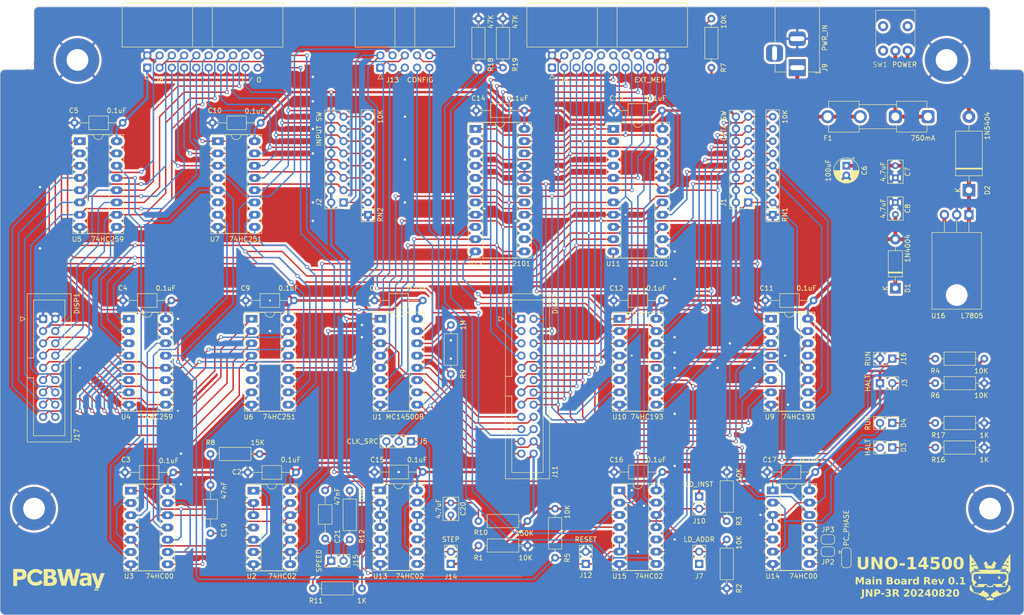
<source format=kicad_pcb>
(kicad_pcb (version 20240108) (generator "pcbnew") (generator_version "8.0")
  (layers (0 "F.Cu" signal) (31 "B.Cu" signal) (34 "B.Paste" user) (35 "F.Paste" user) (36 "B.SilkS" user "B.Silkscreen") (37 "F.SilkS" user "F.Silkscreen") (38 "B.Mask" user) (39 "F.Mask" user) (44 "Edge.Cuts" user))
  (net 0 "")
  (net 1 "VCC")
  (net 2 "GND")
  (net 3 "Net-(D1-K)")
  (net 4 "Net-(C19-Pad2)")
  (net 5 "Net-(C19-Pad1)")
  (net 6 "Net-(C20-Pad2)")
  (net 7 "Net-(C20-Pad1)")
  (net 8 "Net-(J5-Pin_3)")
  (net 9 "Net-(J15-Pin_1)")
  (net 10 "Net-(D2-A)")
  (net 11 "Net-(D3-A)")
  (net 12 "Net-(D3-K)")
  (net 13 "Net-(D4-K)")
  (net 14 "Net-(D4-A)")
  (net 15 "Net-(F1-Pad2)")
  (net 16 "Net-(SW1-B)")
  (net 17 "SW2")
  (net 18 "SW0")
  (net 19 "SW1")
  (net 20 "SW7")
  (net 21 "SW3")
  (net 22 "SW6")
  (net 23 "SW4")
  (net 24 "SW5")
  (net 25 "IN0")
  (net 26 "IN6")
  (net 27 "IN5")
  (net 28 "IN7")
  (net 29 "IN3")
  (net 30 "IN2")
  (net 31 "IN1")
  (net 32 "IN4")
  (net 33 "Net-(J3-Pin_2)")
  (net 34 "A5")
  (net 35 "I6")
  (net 36 "A3")
  (net 37 "SCR4")
  (net 38 "RR")
  (net 39 "JMP")
  (net 40 "SCR0")
  (net 41 "A0")
  (net 42 "SCR2")
  (net 43 "A2")
  (net 44 "CLK")
  (net 45 "I2")
  (net 46 "SCR6")
  (net 47 "FLAG_0")
  (net 48 "A6")
  (net 49 "OUT0")
  (net 50 "I3")
  (net 51 "OUT6")
  (net 52 "OUT4")
  (net 53 "I0")
  (net 54 "RTN")
  (net 55 "SCR3")
  (net 56 "A7")
  (net 57 "I4")
  (net 58 "I5")
  (net 59 "A4")
  (net 60 "OUT3")
  (net 61 "I7")
  (net 62 "OUT7")
  (net 63 "SCR1")
  (net 64 "I1")
  (net 65 "A1")
  (net 66 "SCR5")
  (net 67 "OUT2")
  (net 68 "SCR7")
  (net 69 "FLAG_F")
  (net 70 "OUT1")
  (net 71 "D")
  (net 72 "OUT5")
  (net 73 "Net-(J5-Pin_1)")
  (net 74 "Net-(J6-Pin_19)")
  (net 75 "Net-(J7-Pin_2)")
  (net 76 "RESET")
  (net 78 "Net-(J10-Pin_2)")
  (net 79 "~{RESET}")
  (net 80 "Net-(J13-Pin_4)")
  (net 81 "SET_PC")
  (net 82 "Net-(J13-Pin_3)")
  (net 83 "HALT")
  (net 84 "Net-(J14-Pin_2)")
  (net 85 "Net-(J15-Pin_2)")
  (net 86 "Net-(J16-Pin_1)")
  (net 87 "Net-(JP1-B)")
  (net 88 "Net-(JP1-A)")
  (net 89 "PC_CLK")
  (net 90 "Net-(JP2-B)")
  (net 91 "Net-(JP3-A)")
  (net 92 "Net-(U1-X1)")
  (net 93 "Net-(R11-Pad1)")
  (net 94 "Net-(R12-Pad1)")
  (net 96 "Net-(U1-WRITE)")
  (net 97 "Net-(U2-Pad10)")
  (net 98 "Net-(U2-Pad1)")
  (net 99 "~{I3}")
  (net 100 "Net-(U6-~{OE})")
  (net 101 "Net-(U5-E)")
  (net 102 "Net-(U7-~{OE})")
  (net 103 "Net-(U4-E)")
  (net 106 "~{LD_ADDR}")
  (net 108 "Net-(U10-UP)")
  (net 111 "~{LD_INST}")
  (net 112 "Net-(U14-Pad5)")
  (footprint "Package_DIP:DIP-16_W7.62mm_Socket_LongPads" (layer "F.Cu") (at 146.04 153.669999)
    (property "Reference" "U6")
    (property "Value" "74HC251")
  )
  (footprint "Connector_PinHeader_2.54mm:PinHeader_1x02_P2.54mm_Vertical" (layer "F.Cu") (at 238.76 190.5)
    (property "Reference" "J10")
    (property "Value" "LD_INST")
  )
  (footprint "Connector_PinHeader_2.54mm:PinHeader_1x02_P2.54mm_Vertical" (layer "F.Cu") (at 162.565 203.825 90)
    (property "Reference" "J15")
    (property "Value" "SPEED")
  )
  (footprint "Connector_PinHeader_2.54mm:PinHeader_1x02_P2.54mm_Vertical" (layer "F.Cu") (at 276.22 167.005 90)
    (property "Reference" "J3")
    (property "Value" "HALT")
  )
  (footprint "Capacitor_THT:C_Axial_L3.8mm_D2.6mm_P10.00mm_Horizontal" (layer "F.Cu") (at 202.575 110.49 180)
    (property "Reference" "C14")
    (property "Value" "0.1uF")
  )
  (footprint "MountingHole:MountingHole_4.5mm_Pad" (layer "F.Cu") (at 110 100)
    (property "Reference" "REF**" (hide yes))
    (property "Value" "MountingHole_4.5mm_Pad" (hide yes))
  )
  (footprint "Package_DIP:DIP-22_W10.16mm_Socket_LongPads" (layer "F.Cu") (at 192.405 114.3)
    (property "Reference" "U12")
    (property "Value" "2101")
  )
  (footprint "Connector_PinHeader_2.54mm:PinHeader_1x02_P2.54mm_Vertical" (layer "F.Cu") (at 238.76 204.47 180)
    (property "Reference" "J7")
    (property "Value" "LD_ADDR")
  )
  (footprint "Package_DIP:DIP-14_W7.62mm_Socket_LongPads" (layer "F.Cu") (at 172.72 189.23)
    (property "Reference" "U13")
    (property "Value" "74HC02")
  )
  (footprint "Capacitor_THT:C_Axial_L3.8mm_D2.6mm_P10.00mm_Horizontal" (layer "F.Cu") (at 231.15 185.42 180)
    (property "Reference" "C16")
    (property "Value" "0.1uF")
  )
  (footprint "Capacitor_THT:C_Axial_L3.8mm_D2.6mm_P10.00mm_Horizontal" (layer "F.Cu") (at 181.529999 185.42 180)
    (property "Reference" "C15")
    (property "Value" "0.1uF")
  )
  (footprint "Resistor_THT:R_Axial_DIN0207_L6.3mm_D2.5mm_P10.16mm_Horizontal" (layer "F.Cu") (at 147.715 181.68 180)
    (property "Reference" "R8")
    (property "Value" "15K")
  )
  (footprint "Connector_PinHeader_2.54mm:PinHeader_1x02_P2.54mm_Vertical" (layer "F.Cu") (at 278.765 161.925 -90)
    (property "Reference" "J16")
    (property "Value" "RUN")
  )
  (footprint "Package_TO_SOT_THT:TO-220-3_Horizontal_TabDown" (layer "F.Cu") (at 294.64 132.08 180)
    (property "Reference" "U16")
    (property "Value" "L7805")
  )
  (footprint "MountingHole:MountingHole_4.5mm_Pad" (layer "F.Cu") (at 101 193)
    (property "Reference" "REF**" (hide yes))
    (property "Value" "MountingHole_4.5mm_Pad" (hide yes))
  )
  (footprint "Capacitor_THT:C_Axial_L3.8mm_D2.6mm_P10.00mm_Horizontal" (layer "F.Cu") (at 119.37 113.03 180)
    (property "Reference" "C5")
    (property "Value" "0.1uF")
  )
  (footprint "Resistor_THT:R_Axial_DIN0207_L6.3mm_D2.5mm_P10.16mm_Horizontal" (layer "F.Cu") (at 168.919999 209.54 180)
    (property "Reference" "R11")
    (property "Value" "1K")
  )
  (footprint "Resistor_THT:R_Axial_DIN0207_L6.3mm_D2.5mm_P10.16mm_Horizontal" (layer "F.Cu") (at 287.66 167.005)
    (property "Reference" "R6")
    (property "Value" "10K")
  )
  (footprint "Resistor_THT:R_Axial_DIN0207_L6.3mm_D2.5mm_P10.16mm_Horizontal" (layer "F.Cu") (at 297.82 161.925 180)
    (property "Reference" "R4")
    (property "Value" "10K")
  )
  (footprint "Resistor_THT:R_Axial_DIN0207_L6.3mm_D2.5mm_P10.16mm_Horizontal" (layer "F.Cu") (at 287.655 175.26)
    (property "Reference" "R17")
    (property "Value" "1K")
  )
  (footprint "Package_DIP:DIP-14_W7.62mm_Socket_LongPads" (layer "F.Cu") (at 254 189.23)
    (property "Reference" "U14")
    (property "Value" "74HC00")
  )
  (footprint "Connector_IDC:IDC-Header_2x05_P2.54mm_Horizontal" (layer "F.Cu") (at 172.72 101.6 90)
    (property "Reference" "J13")
    (property "Value" "CONFIG")
  )
  (footprint "Logo:JNP-3R Logo" (layer "F.Cu") (at 299 208)
    (property "Reference" "G***" (hide yes))
    (property "Value" "LOGO" (hide yes))
  )
  (footprint "Resistor_THT:R_Axial_DIN0207_L6.3mm_D2.5mm_P10.16mm_Horizontal" (layer "F.Cu") (at 244.475 199.39 -90)
    (property "Reference" "R2")
    (property "Value" "10K")
  )
  (footprint "Capacitor_THT:C_Axial_L3.8mm_D2.6mm_P10.00mm_Horizontal" (layer "F.Cu") (at 231.059999 110.49 180)
    (property "Reference" "C13")
    (property "Value" "0.1uF")
  )
  (footprint "Package_DIP:DIP-16_W7.62mm_Socket_LongPads" (layer "F.Cu") (at 222.25 153.67)
    (property "Reference" "U10")
    (property "Value" "74HC193")
  )
  (footprint "Package_DIP:DIP-16_W7.62mm_Socket_LongPads" (layer "F.Cu") (at 172.72 153.669999)
    (property "Reference" "U1")
    (property "Value" "MC14500B")
  )
  (footprint "Package_DIP:DIP-16_W7.62mm_Socket_LongPads" (layer "F.Cu") (at 110.49 116.84)
    (property "Reference" "U5")
    (property "Value" "74HC259")
  )
  (footprint "Connector_PinHeader_2.54mm:PinHeader_2x08_P2.54mm_Vertical" (layer "F.Cu") (at 248.92 129.54 180)
    (property "Reference" "J1")
    (property "Value" "DATA SW")
  )
  (footprint "Capacitor_THT:C_Axial_L3.8mm_D2.6mm_P10.00mm_Horizontal" (layer "F.Cu") (at 262.81 185.42 180)
    (property "Reference" "C17")
    (property "Value" "0.1uF")
  )
  (footprint "Resistor_THT:R_Axial_DIN0207_L6.3mm_D2.5mm_P10.16mm_Horizontal" (layer "F.Cu") (at 241.3 101.6 90)
    (property "Reference" "R7")
    (property "Value" "10K")
  )
  (footprint "Capacitor_THT:C_Axial_L3.8mm_D2.6mm_P10.00mm_Horizontal" (layer "F.Cu") (at 155.254999 185.49 180)
    (property "Reference" "C2")
    (property "Value" "0.1uF")
  )
  (footprint "Resistor_THT:R_Axial_DIN0207_L6.3mm_D2.5mm_P10.16mm_Horizontal" (layer "F.Cu") (at 193.04 101.6 90)
    (property "Reference" "R18")
    (property "Value" "47K")
  )
  (footprint "Connector_PinHeader_2.54mm:PinHeader_1x02_P2.54mm_Vertical" (layer "F.Cu") (at 187.335 204.47 180)
    (property "Reference" "J14")
    (property "Value" "STEP")
  )
  (footprint "Connector_IDC:IDC-Header_2x10_P2.54mm_Horizontal" (layer "F.Cu") (at 124.46 101.6 90)
    (property "Reference" "J8")
    (property "Value" "I / O")
  )
  (footprint "Capacitor_THT:C_Axial_L3.8mm_D2.6mm_P10.00mm_Horizontal" (layer "F.Cu") (at 129.854999 185.49 180)
    (property "Reference" "C3")
    (property "Value" "0.1uF")
  )
  (footprint "MountingHole:MountingHole_4.5mm_Pad" (layer "F.Cu") (at 290 100)
    (property "Reference" "REF**" (hide yes))
    (property "Value" "MountingHole_4.5mm_Pad" (hide yes))
  )
  (footprint "Resistor_THT:R_Axial_DIN0207_L6.3mm_D2.5mm_P10.16mm_Horizontal" (layer "F.Cu") (at 193.05 200.65)
    (property "Reference" "R1")
    (property "Value" "10K")
  )
  (footprint "Connector_PinHeader_2.54mm:PinHeader_1x03_P2.54mm_Vertical" (layer "F.Cu") (at 179.07 179.07 -90)
    (property "Reference" "J5")
    (property "Value" "CLK_SRC")
  )
  (footprint "Connector_IDC:IDC-Header_2x12_P2.54mm_Vertical" (layer "F.Cu") (at 201.93 153.67)
    (property "Reference" "J11")
    (property "Value" "DISP2")
  )
  (footprint "MountingHole:MountingHole_4.5mm_Pad" (layer "F.Cu") (at 299 193)
    (property "Reference" "REF**" (hide yes))
    (property "Value" "MountingHole_4.5mm_Pad" (hide yes))
  )
  (footprint "Package_DIP:DIP-14_W7.62mm_Socket_LongPads" (layer "F.Cu") (at 146.445 189.295)
    (property "Reference" "U2")
    (property "Value" "74HC02")
  )
  (footprint "Connector_BarrelJack:BarrelJack_Horizontal" (layer "F.Cu") (at 259.08 101.6 -90)
    (property "Reference" "J9")
    (property "Value" "PWR_IN")
  )
  (footprint "Package_DIP:DIP-16_W7.62mm_Socket_LongPads" (layer "F.Cu") (at 120.64 153.669999)
    (property "Reference" "U4")
    (property "Value" "74HC259")
  )
  (footprint "Capacitor_THT:C_Axial_L3.8mm_D2.6mm_P10.00mm_Horizontal" (layer "F.Cu") (at 154.849999 149.859999 180)
    (property "Reference" "C9")
    (property "Value" "0.1uF")
  )
  (footprint "Connector_IDC:IDC-Header_2x09_P2.54mm_Vertical" (layer "F.Cu") (at 102.87 153.67)
    (property "Reference" "J17")
    (property "Value" "DISP1")
  )
  (footprint "Capacitor_THT:C_Axial_L3.8mm_D2.6mm_P10.00mm_Horizontal" (layer "F.Cu") (at 129.449999 149.859999 180)
    (property "Reference" "C4")
    (property "Value" "0.1uF")
  )
  (footprint "Connector_PinHeader_2.54mm:PinHeader_1x02_P2.54mm_Vertical" (layer "F.Cu") (at 215.265 204.475 180)
    (property "Reference" "J12")
    (property "Value" "RESET")
  )
  (footprint "Capacitor_THT:C_Rect_L4.6mm_W3.0mm_P2.50mm_MKS02_FKP02" (layer "F.Cu") (at 279.4 132.04 90)
    (property "Reference" "C8")
    (property "Value" "4.7uF")
  )
  (footprint "Resistor_THT:R_Axial_DIN0207_L6.3mm_D2.5mm_P10.16mm_Horizontal" (layer "F.Cu") (at 208.915 193.04 -90)
    (property "Reference" "R5")
    (property "Value" "10K")
  )
  (footprint "Package_DIP:DIP-14_W7.62mm_Socket_LongPads" (layer "F.Cu") (at 222.25 189.23)
    (property "Reference" "U15")
    (property "Value" "74HC02")
  )
  (footprint "Capacitor_THT:C_Axial_L3.8mm_D2.6mm_P10.00mm_Horizontal" (layer "F.Cu") (at 231.059999 149.86 180)
    (property "Reference" "C12")
    (property "Value" "0.1uF")
  )
  (footprint "Package_DIP:DIP-22_W10.16mm_Socket_LongPads" (layer "F.Cu") (at 220.98 114.3)
    (property "Reference" "U11")
    (property "Value" "2101")
  )
  (footprint "Resistor_THT:R_Axial_DIN0207_L6.3mm_D2.5mm_P10.16mm_Horizontal" (layer "F.Cu") (at 244.475 195.58 90)
    (property "Reference" "R3")
    (property "Value" "10K")
  )
  (footprint "Connector_PinHeader_2.54mm:PinHeader_2x08_P2.54mm_Vertical" (layer "F.Cu") (at 165.1 129.540001 180)
    (property "Reference" "J2")
    (property "Value" "INPUT SW")
  )
  (footprint "Jumper:SolderJumper-3_P1.3mm_Bridged12_RoundedPad1.0x1.5mm" (layer "F.Cu") (at 269.24 203.2 -90)
    (property "Reference" "JP1" (hide yes))
    (property "Value" "PC_PHASE")
  )
  (footprint "Connector_PinHeader_2.54mm:PinHeader_1x02_P2.54mm_Vertical" (layer "F.Cu") (at 278.765 175.26 -90)
    (property "Reference" "D4")
    (property "Value" "RUN")
  )
  (footprint "Capacitor_THT:C_Rect_L4.6mm_W3.0mm_P2.50mm_MKS02_FKP02" (layer "F.Cu") (at 187.335 194.31 90)
    (property "Reference" "C20")
    (property "Value" "4.7uF")
  )
  (footprint "Package_DIP:DIP-16_W7.62mm_Socket_LongPads" (layer "F.Cu") (at 139.065 116.84)
    (property "Reference" "U7")
    (property "Value" "74HC251")
  )
  (footprint "Resistor_THT:R_Axial_DIN0207_L6.3mm_D2.5mm_P10.16mm_Horizontal" (layer "F.Cu") (at 166.38 189.22 -90)
    (property "Reference" "R12")
    (property "Value" "10K")
  )
  (footprint "Diode_THT:D_DO-201AE_P15.24mm_Horizontal" (layer "F.Cu") (at 294.64 127 90)
    (property "Reference" "D2")
    (property "Value" "1N5404")
  )
  (footprint "Package_DIP:DIP-14_W7.62mm_Socket_LongPads" (layer "F.Cu") (at 121.045 189.3)
    (property "Reference" "U3")
    (property "Value" "74HC00")
  )
  (footprint "Connector_PinHeader_2.54mm:PinHeader_1x02_P2.54mm_Vertical" (layer "F.Cu") (at 278.765 180.34 -90)
    (property "Reference" "D3")
    (property "Value" "HALT")
  )
  (footprint "Capacitor_THT:CP_Radial_D5.0mm_P2.00mm" (layer "F.Cu") (at 269.24 121.92 -90)
    (property "Reference" "C6")
    (property "Value" "100uF")
  )
  (footprint "Logo:PCBway Logo" (layer "F.Cu") (at 106 208)
    (property "Reference" "G***" (hide yes))
    (property "Value" "LOGO" (hide yes))
  )
  (footprint "Capacitor_THT:C_Axial_L3.8mm_D2.6mm_P10.00mm_Horizontal" (layer "F.Cu") (at 147.955 113.03 180)
    (property "Reference" "C10")
    (property "Value" "0.1uF")
  )
  (footprint "Resistor_THT:R_Axial_DIN0207_L6.3mm_D2.5mm_P10.16mm_Horizontal" (layer "F.Cu") (at 203.2 195.58 180)
    (property "Reference" "R10")
    (property "Value" "150K")
  )
  (footprint "Capacitor_THT:C_Rect_L4.6mm_W3.0mm_P2.50mm_MKS02_FKP02" (layer "F.Cu") (at 279.4 121.92 -90)
    (property "Reference" "C7")
    (property "Value" "4.7uF")
  )
  (footprint "Diode_THT:D_DO-41_SOD81_P10.16mm_Horizontal" (layer "F.Cu") (at 279.4 147.32 90)
    (property "Reference" "D1")
    (property "Value" "1N4004")
  )
  (footprint "Capacitor_THT:C_Axial_L3.8mm_D2.6mm_P10.00mm_Horizontal" (layer "F.Cu") (at 161.3 189.22 -90)
    (property "Reference" "C21")
    (property "Value" "47nF")
  )
  (footprint "Resistor_THT:R_Array_SIP9" (layer "F.Cu") (at 170.18 132.080001 90)
    (property "Reference" "RN2")
    (property "Value" "10K")
  )
  (footprint "Resistor_THT:R_Array_SIP9" (layer "F.Cu") (at 254 132.08 90)
    (property "Reference" "RN1")
    (property "Value" "10K")
  )
  (footprint "Jumper:SolderJumper-2_P1.3mm_Bridged_RoundedPad1.0x1.5mm" (layer "F.Cu") (at 265.43 199.39)
    (property "Reference" "JP3")
    (property "Value" "U14-10" (hide yes))
  )
  (footprint "Connector_IDC:IDC-Header_2x10_P2.54mm_Horizontal" (layer "F.Cu") (at 208.28 101.6 90)
    (property "Reference" "J6")
    (property "Value" "EXT_MEM")
  )
  (footprint "Resistor_THT:R_Axial_DIN0207_L6.3mm_D2.5mm_P10.16mm_Horizontal" (layer "F.Cu") (at 198.12 101.6 90)
    (property "Reference" "R19")
    (property "Value" "47K")
  )
  (footprint "Capacitor_THT:C_Axial_L3.8mm_D2.6mm_P10.00mm_Horizontal" (layer "F.Cu") (at 181.519999 149.859999 180)
    (property "Reference" "C1")
    (property "Value" "0.1uF")
  )
  (footprint "Resistor_THT:R_Axial_DIN0207_L6.3mm_D2.5mm_P10.16mm_Horizontal" (layer "F.Cu") (at 187.325 165.099999 90)
    (property "Reference" "R9")
    (property "Value" "1M")
  )
  (footprint "Package_DIP:DIP-16_W7.62mm_Socket_LongPads" (layer "F.Cu") (at 253.65 153.67)
    (property "Reference" "U9")
    (property "Value" "74HC193")
  )
  (footprint "Capacitor_THT:C_Axial_L3.8mm_D2.6mm_P10.00mm_Horizontal" (layer "F.Cu") (at 262.459999 149.86 180)
    (property "Reference" "C11")
    (property "Value" "0.1uF")
  )
  (footprint "Uno Switches:SW_SPDT_SW-R3-2B-C-5-13" (layer "F.Cu") (at 279.4 98.08)
    (property "Reference" "SW1")
    (property "Value" "POWER")
  )
  (footprint "Jumper:SolderJumper-2_P1.3mm_Bridged_RoundedPad1.0x1.5mm" (layer "F.Cu") (at 265.415001 201.93 180)
    (property "Reference" "JP2")
    (property "Value" "U14-9" (hide yes))
  )
  (footprint "Resistor_THT:R_Axial_DIN0207_L6.3mm_D2.5mm_P10.16mm_Horizontal" (layer "F.Cu") (at 287.655 180.34)
    (property "Reference" "R16")
    (property "Value" "1K")
  )
  (footprint "Capacitor_THT:C_Axial_L3.8mm_D2.6mm_P10.00mm_Horizontal" (layer "F.Cu") (at 137.555 198.109999 90)
    (property "Reference" "C19")
    (property "Value" "47nF")
  )
  (footprint "Fuse:Fuseholder_Clip-5x20mm_Eaton_1A5601-01_Inline_P20.80x6.76mm_D1.70mm_Horizontal" (layer "F.Cu") (at 286.16 111.76 180)
    (property "Reference" "F1")
    (property "Value" "750mA")
  )
  (gr_line (start 305 215) (end 95 215) (stroke (width 0.1)) (layer "Edge.Cuts"))
  (gr_line (start 101 100) (end 101 90) (stroke (width 0.1)) (layer "Edge.Cuts"))
  (gr_arc (start 101 90) (mid 101.292893 89.292893) (end 102 89) (stroke (width 0.1)) (layer "Edge.Cuts"))
  (gr_line (start 94 214) (end 94 103) (stroke (width 0.1)) (layer "Edge.Cuts"))
  (gr_line (start 301 102) (end 305 102) (stroke (width 0.1)) (layer "Edge.Cuts"))
  (gr_arc (start 95 215) (mid 94.292893 214.707107) (end 94 214) (stroke (width 0.1)) (layer "Edge.Cuts"))
  (gr_arc (start 101 100) (mid 100.414214 101.414214) (end 99 102) (stroke (width 0.1)) (layer "Edge.Cuts"))
  (gr_arc (start 305 102) (mid 305.707107 102.292893) (end 306 103) (stroke (width 0.1)) (layer "Edge.Cuts"))
  (gr_line (start 306 103) (end 306 214) (stroke (width 0.1)) (layer "Edge.Cuts"))
  (gr_arc (start 301 102) (mid 299.585786 101.414214) (end 299 100) (stroke (width 0.1)) (layer "Edge.Cuts"))
  (gr_arc (start 306 214) (mid 305.707107 214.707107) (end 305 215) (stroke (width 0.1)) (layer "Edge.Cuts"))
  (gr_arc (start 298 89) (mid 298.707107 89.292893) (end 299 90) (stroke (width 0.1)) (layer "Edge.Cuts"))
  (gr_line (start 95 102) (end 99 102) (stroke (width 0.1)) (layer "Edge.Cuts"))
  (gr_line (start 299 90) (end 299 100) (stroke (width 0.1)) (layer "Edge.Cuts"))
  (gr_arc (start 94 103) (mid 94.292893 102.292893) (end 95 102) (stroke (width 0.1)) (layer "Edge.Cuts"))
  (gr_line (start 102 89) (end 298 89) (stroke (width 0.1)) (layer "Edge.Cuts"))
  (gr_text "Main Board Rev 0.1\nJNP-3R 20240820" (at 282.5 211.5 0) (layer "F.SilkS") (effects (font (size 1.5 1.5) (thickness 0.3) (bold yes)) (justify bottom)))
  (gr_text "UNO-14500\n" (at 282.5 206 0) (layer "F.SilkS") (effects (font (size 2.5 2.5) (thickness 0.3) (bold yes)) (justify bottom)))
  (segment (start 241.3 110.49) (end 241.3 101.6) (width 0.5) (layer "F.Cu") (net 1))
  (segment (start 210.185 110.49) (end 212.09 112.395) (width 0.5) (layer "F.Cu") (net 1))
  (segment (start 129.449999 149.859999) (end 136.524999 149.859999) (width 0.5) (layer "F.Cu") (net 1))
  (segment (start 162.56 106.68) (end 194.945 106.68) (width 0.5) (layer "F.Cu") (net 1))
  (segment (start 276.22 167.005) (end 276.23 167.005) (width 0.5) (layer "F.Cu") (net 1))
  (segment (start 250.825 151.765) (end 260.554999 151.765) (width 0.5) (layer "F.Cu") (net 1))
  (segment (start 279.4 137.16) (end 279.4 132.04) (width 0.8) (layer "F.Cu") (net 1))
  (segment (start 129.854999 185.49) (end 140.095 185.49) (width 0.5) (layer "F.Cu") (net 1))
  (segment (start 295.28 164.465) (end 297.82 161.925) (width 0.5) (layer "F.Cu") (net 1))
  (segment (start 124.46 101.6) (end 124.46 102.87) (width 0.5) (layer "F.Cu") (net 1))
  (segment (start 175.26 151.765) (end 177.165 149.86) (width 0.5) (layer "F.Cu") (net 1))
  (segment (start 212.09 112.395) (end 229.154999 112.395) (width 0.5) (layer "F.Cu") (net 1))
  (segment (start 276.23 164.465) (end 272.065 164.465) (width 0.5) (layer "F.Cu") (net 1))
  (segment (start 246.38 149.86) (end 248.92 149.86) (width 0.5) (layer "F.Cu") (net 1))
  (segment (start 157.229999 183.515) (end 155.254999 185.49) (width 0.5) (layer "F.Cu") (net 1))
  (segment (start 194.31 204.47) (end 187.335 204.47) (width 0.5) (layer "F.Cu") (net 1))
  (segment (start 151.444999 181.68) (end 155.254999 185.49) (width 0.5) (layer "F.Cu") (net 1))
  (segment (start 194.945 106.68) (end 198.755 110.49) (width 0.5) (layer "F.Cu") (net 1))
  (segment (start 276.22 167.005) (end 276.22 165.735) (width 0.5) (layer "F.Cu") (net 1))
  (segment (start 262.459999 149.86) (end 275.159999 137.16) (width 0.8) (layer "F.Cu") (net 1))
  (segment (start 236.855 185.42) (end 238.76 187.325) (width 0.5) (layer "F.Cu") (net 1))
  (segment (start 136.524999 149.859999) (end 138.429998 147.955) (width 0.5) (layer "F.Cu") (net 1))
  (segment (start 238.76 187.325) (end 238.76 190.5) (width 0.5) (layer "F.Cu") (net 1))
  (segment (start 147.715 181.68) (end 151.444999 181.68) (width 0.5) (layer "F.Cu") (net 1))
  (segment (start 260.905 187.325) (end 262.81 185.42) (width 0.5) (layer "F.Cu") (net 1))
  (segment (start 198.755 110.49) (end 202.575 110.49) (width 0.5) (layer "F.Cu") (net 1))
  (segment (start 231.15 185.42) (end 236.855 185.42) (width 0.5) (layer "F.Cu") (net 1))
  (segment (start 245.11 110.49) (end 246.38 111.76) (width 0.5) (layer "F.Cu") (net 1))
  (segment (start 279.4 137.16) (end 287.56 137.16) (width 0.8) (layer "F.Cu") (net 1))
  (segment (start 138.429998 147.955) (end 152.945 147.955) (width 0.5) (layer "F.Cu") (net 1))
  (segment (start 231.059999 110.49) (end 231.14 110.49) (width 0.5) (layer "F.Cu") (net 1))
  (segment (start 202.575 110.49) (end 210.185 110.49) (width 0.5) (layer "F.Cu") (net 1))
  (segment (start 275.159999 137.16) (end 279.4 137.16) (width 0.8) (layer "F.Cu") (net 1))
  (segment (start 218.44 187.325) (end 229.245 187.325) (width 0.5) (layer "F.Cu") (net 1))
  (segment (start 168.274999 149.859999) (end 170.18 151.765) (width 0.5) (layer "F.Cu") (net 1))
  (segment (start 212.725 193.04) (end 218.44 187.325) (width 0.5) (layer "F.Cu") (net 1))
  (segment (start 124.46 102.87) (end 125.73 104.14) (width 0.5) (layer "F.Cu") (net 1))
  (segment (start 153.035 107.95) (end 154.305 106.68) (width 0.5) (layer "F.Cu") (net 1))
  (segment (start 272.065 164.465) (end 261.27 153.67) (width 0.5) (layer "F.Cu") (net 1))
  (segment (start 143.905 181.68) (end 147.715 181.68) (width 0.5) (layer "F.Cu") (net 1))
  (segment (start 260.554999 151.765) (end 262.459999 149.86) (width 0.5) (layer "F.Cu") (net 1))
  (segment (start 239.395 187.325) (end 260.905 187.325) (width 0.5) (layer "F.Cu") (net 1))
  (segment (start 140.095 185.49) (end 143.905 181.68) (width 0.5) (layer "F.Cu") (net 1))
  (segment (start 279.405 164.465) (end 295.28 164.465) (width 0.5) (layer "F.Cu") (net 1))
  (segment (start 203.2 195.58) (end 205.74 193.04) (width 0.5) (layer "F.Cu") (net 1))
  (segment (start 152.945 147.955) (end 154.849999 149.859999) (width 0.5) (layer "F.Cu") (net 1))
  (segment (start 205.74 193.04) (end 208.915 193.04) (width 0.5) (layer "F.Cu") (net 1))
  (segment (start 241.3 110.49) (end 245.11 110.49) (width 0.5) (layer "F.Cu") (net 1))
  (segment (start 177.165 149.86) (end 181.519998 149.86) (width 0.5) (layer "F.Cu") (net 1))
  (segment (start 170.18 151.765) (end 175.26 151.765) (width 0.5) (layer "F.Cu") (net 1))
  (segment (start 165.735 149.859999) (end 168.274999 149.859999) (width 0.5) (layer "F.Cu") (net 1))
  (segment (start 154.305 106.68) (end 162.56 106.68) (width 0.5) (layer "F.Cu") (net 1))
  (segment (start 181.529999 185.42) (end 179.624999 183.515) (width 0.5) (layer "F.Cu") (net 1))
  (segment (start 248.92 149.86) (end 250.825 151.765) (width 0.5) (layer "F.Cu") (net 1))
  (segment (start 279.405 164.465) (end 276.23 164.465) (width 0.5) (layer "F.Cu") (net 1))
  (segment (start 179.624999 183.515) (end 157.229999 183.515) (width 0.5) (layer "F.Cu") (net 1))
  (segment (start 287.56 137.16) (end 289.56 135.16) (width 0.8) (layer "F.Cu") (net 1))
  (segment (start 276.22 165.735) (end 276.22 164.475) (width 0.5) (layer "F.Cu") (net 1))
  (segment (start 200.66 185.42) (end 181.529999 185.42) (width 0.5) (layer "F.Cu") (net 1))
  (segment (start 231.059999 110.49) (end 241.3 110.49) (width 0.5) (layer "F.Cu") (net 1))
  (segment (start 204.47 181.61) (end 200.66 185.42) (width 0.5) (layer "F.Cu") (net 1))
  (segment (start 147.955 113.03) (end 153.035 107.95) (width 0.5) (layer "F.Cu") (net 1))
  (segment (start 289.56 135.16) (end 289.56 132.080001) (width 0.8) (layer "F.Cu") (net 1))
  (segment (start 231.059999 149.86) (end 246.38 149.86) (width 0.5) (layer "F.Cu") (net 1))
  (segment (start 229.245 187.325) (end 231.15 185.42) (width 0.5) (layer "F.Cu") (net 1))
  (segment (start 229.154999 112.395) (end 231.059999 110.49) (width 0.5) (layer "F.Cu") (net 1))
  (segment (start 239.395 187.325) (end 238.76 187.325) (width 0.5) (layer "F.Cu") (net 1))
  (segment (start 154.849999 149.859999) (end 165.735 149.859999) (width 0.5) (layer "F.Cu") (net 1))
  (segment (start 125.73 104.14) (end 151.765 104.14) (width 0.5) (layer "F.Cu") (net 1))
  (segment (start 151.765 104.14) (end 154.305 106.68) (width 0.5) (layer "F.Cu") (net 1))
  (segment (start 181.519998 149.86) (end 181.519999 149.859999) (width 0.5) (layer "F.Cu") (net 1))
  (segment (start 276.22 164.475) (end 276.23 164.465) (width 0.5) (layer "F.Cu") (net 1))
  (segment (start 203.2 195.58) (end 194.31 204.47) (width 0.5) (layer "F.Cu") (net 1))
  (segment (start 276.22 165.735) (end 276.22 164.805) (width 0.5) (layer "F.Cu") (net 1))
  (segment (start 208.915 193.04) (end 212.725 193.04) (width 0.5) (layer "F.Cu") (net 1))
  (via (at 162.56 106.68) (size 0.8) (drill 0.5) (layers "F.Cu" "B.Cu") (net 1))
  (via (at 165.735 149.859999) (size 1) (drill 0.5) (layers "F.Cu" "B.Cu") (net 1))
  (via (at 246.38 149.86) (size 1) (drill 0.5) (layers "F.Cu" "B.Cu") (net 1))
  (segment (start 204.47 194.31) (end 204.47 181.61) (width 0.5) (layer "B.Cu") (net 1))
  (segment (start 231.14 114.3) (end 231.14 110.570001) (width 0.5) (layer "B.Cu") (net 1))
  (segment (start 153.66 151.049998) (end 154.849999 149.859999) (width 0.5) (layer "B.Cu") (net 1))
  (segment (start 261.62 186.61) (end 262.81 185.42) (width 0.5) (layer "B.Cu") (net 1))
  (segment (start 118.11 114.29) (end 118.74 113.66) (width 0.5) (layer "B.Cu") (net 1))
  (segment (start 231.14 110.570001) (end 231.059999 110.49) (width 0.5) (layer "B.Cu") (net 1))
  (segment (start 246.38 124.46) (end 246.38 127) (width 0.5) (layer "B.Cu") (net 1))
  (segment (start 246.38 121.92) (end 246.38 124.46) (width 0.5) (layer "B.Cu") (net 1))
  (segment (start 261.27 153.67) (end 261.27 151.049999) (width 0.5) (layer "B.Cu") (net 1))
  (segment (start 162.56 129.540001) (end 162.56 127.000001) (width 0.5) (layer "B.Cu") (net 1))
  (segment (start 119.38 113.03) (end 124.46 107.95) (width 0.5) (layer "B.Cu") (net 1))
  (segment (start 202.565 114.3) (end 202.565 110.5) (width 0.5) (layer "B.Cu") (net 1))
  (segment (start 162.56 124.460001) (end 162.56 121.920001) (width 0.5) (layer "B.Cu") (net 1))
  (segment (start 229.87 189.23) (end 229.87 186.7) (width 0.5) (layer "B.Cu") (net 1))
  (segment (start 261.62 189.23) (end 261.62 186.61) (width 0.5) (layer "B.Cu") (net 1))
  (segment (start 128.665 186.679999) (end 129.854999 185.49) (width 0.5) (layer "B.Cu") (net 1))
  (segment (start 154.065 189.295) (end 154.065 186.679999) (width 0.5) (layer "B.Cu") (net 1))
  (segment (start 165.735 149.859999) (end 165.735 141.605) (width 0.5) (layer "B.Cu") (net 1))
  (segment (start 154.065 186.679999) (end 155.254999 185.49) (width 0.5) (layer "B.Cu") (net 1))
  (segment (start 202.565 110.5) (end 202.575 110.49) (width 0.5) (layer "B.Cu") (net 1))
  (segment (start 118.11 116.84) (end 118.11 114.29) (width 0.5) (layer "B.Cu") (net 1))
  (segment (start 162.56 119.380001) (end 162.56 116.840001) (width 0.5) (layer "B.Cu") (net 1))
  (segment (start 128.26 153.669999) (end 128.26 151.049998) (width 0.5) (layer "B.Cu") (net 1))
  (segment (start 229.87 186.7) (end 231.15 185.42) (width 0.5) (layer "B.Cu") (net 1))
  (segment (start 162.56 138.43) (end 162.56 129.540001) (width 0.5) (layer "B.Cu") (net 1))
  (segment (start 246.38 119.38) (end 246.38 121.92) (width 0.5) (layer "B.Cu") (net 1))
  (segment (start 180.34 186.609999) (end 181.529999 185.42) (width 0.5) (layer "B.Cu") (net 1))
  (segment (start 181.519999 149.859999) (end 180.34 151.039998) (width 0.5) (layer "B.Cu") (net 1))
  (segment (start 124.46 107.95) (end 124.46 101.6) (width 0.5) (layer "B.Cu") (net 1))
  (segment (start 246.38 129.54) (end 246.38 149.86) (width 0.5) (layer "B.Cu") (net 1))
  (segment (start 162.56 114.300001) (end 162.56 111.760001) (width 0.5) (layer "B.Cu") (net 1))
  (segment (start 261.27 151.049999) (end 262.459999 149.86) (width 0.5) (layer "B.Cu") (net 1))
  (segment (start 246.38 114.3) (end 246.38 116.84) (width 0.5) (layer "B.Cu") (net 1))
  (segment (start 162.56 106.68) (end 162.56 111.760001) (width 0.5) (layer "B.Cu") (net 1))
  (segment (start 162.56 116.840001) (end 162.56 114.300001) (width 0.5) (layer "B.Cu") (net 1))
  (segment (start 146.685 114.3) (end 147.955 113.03) (width 0.5) (layer "B.Cu") (net 1))
  (segment (start 118.74 113.66) (end 119.37 113.03) (width 0.5) (layer "B.Cu") (net 1))
  (segment (start 180.34 151.039998) (end 180.34 153.669999) (width 0.5) (layer "B.Cu") (net 1))
  (segment (start 128.665 189.3) (end 128.665 186.679999) (width 0.5) (layer "B.Cu") (net 1))
  (segment (start 162.56 127.000001) (end 162.56 124.460001) (width 0.5) (layer "B.Cu") (net 1))
  (segment (start 229.87 153.67) (end 229.87 151.049999) (width 0.5) (layer "B.Cu") (net 1))
  (segment (start 203.2 195.58) (end 204.47 194.31) (width 0.5) (layer "B.Cu") (net 1))
  (segment (start 246.38 127) (end 246.38 129.54) (width 0.5) (layer "B.Cu") (net 1))
  (segment (start 180.34 189.23) (end 180.34 186.609999) (width 0.5) (layer "B.Cu") (net 1))
  (segment (start 146.685 116.84) (end 146.685 114.3) (width 0.5) (layer "B.Cu") (net 1))
  (segment (start 162.56 121.920001) (end 162.56 119.380001) (width 0.5) (layer "B.Cu") (net 1))
  (segment (start 128.26 151.049998) (end 129.449999 149.859999) (width 0.5) (layer "B.Cu") (net 1))
  (segment (start 276.22 167.005) (end 276.22 172.01) (width 0.5) (layer "B.Cu") (net 1))
  (segment (start 276.22 172.01) (end 262.81 185.42) (width 0.5) (layer "B.Cu") (net 1))
  (segment (start 246.38 111.76) (end 246.38 114.3) (width 0.5) (layer "B.Cu") (net 1))
  (segment (start 119.37 113.03) (end 119.38 113.03) (width 0.5) (layer "B.Cu") (net 1))
  (segment (start 229.87 151.049999) (end 231.059999 149.86) (width 0.5) (layer "B.Cu") (net 1))
  (segment (start 153.66 153.669999) (end 153.66 151.049998) (width 0.5) (layer "B.Cu") (net 1))
  (segment (start 165.735 141.605) (end 162.56 138.43) (width 0.5) (layer "B.Cu") (net 1))
  (segment (start 246.38 116.84) (end 246.38 119.38) (width 0.5) (layer "B.Cu") (net 1))
  (via (at 177.8 129.54) (size 0.8) (drill 0.5) (layers "F.Cu" "B.Cu") (net 2))
  (via (at 233.68 199.39) (size 0.8) (drill 0.5) (layers "F.Cu" "B.Cu") (net 2))
  (via (at 224.79 189.23) (size 0.8) (drill 0.5) (layers "F.Cu" "B.Cu") (net 2))
  (via (at 256.54 161.29) (size 0.8) (drill 0.4) (layers "F.Cu" "B.Cu") (net 2))
  (via (at 131.445 181.61) (size 0.8) (drill 0.5) (layers "F.Cu" "B.Cu") (net 2))
  (via (at 177.8 120.65) (size 0.8) (drill 0.5) (layers "F.Cu" "B.Cu") (net 2))
  (via (at 149.86 149.86) (size 0.8) (drill 0.4) (layers "F.Cu" "B.Cu") (net 2))
  (via (at 233.68 184.15) (size 0.8) (drill 0.5) (layers "F.Cu" "B.Cu") (net 2))
  (via (at 250.19 163.83) (size 0.8) (drill 0.5) (layers "F.Cu" "B.Cu") (net 2))
  (via (at 233.68 163.83) (size 0.8) (drill 0.5) (layers "F.Cu" "B.Cu") (net 2))
  (via (at 257.175 171.45) (size 0.8) (drill 0.5) (layers "F.Cu" "B.Cu") (net 2))
  (via (at 158.75 133.35) (size 0.8) (drill 0.5) (layers "F.Cu" "B.Cu") (net 2))
  (via (at 168.91 157.48) (size 0.8) (drill 0.5) (layers "F.Cu" "B.Cu") (net 2))
  (via (at 158.75 119.38) (size 0.8) (drill 0.5) (layers "F.Cu" "B.Cu") (net 2))
  (via (at 233.68 139.7) (size 0.8) (drill 0.5) (layers "F.Cu" "B.Cu") (net 2))
  (via (at 110.49 163.83) (size 0.8) (drill 0.5) (layers "F.Cu" "B.Cu") (net 2))
  (via (at 233.68 145.415) (size 0.8) (drill 0.5) (layers "F.Cu" "B.Cu") (net 2))
  (via (at 226.06 201.93) (size 0.8) (drill 0.5) (layers "F.Cu" "B.Cu") (net 2))
  (via (at 177.8 111.76) (size 0.8) (drill 0.5) (layers "F.Cu" "B.Cu") (net 2))
  (via (at 149.86 156.21) (size 0.8) (drill 0.5) (layers "F.Cu" "B.Cu") (net 2))
  (via (at 158.75 114.3) (size 0.8) (drill 0.5) (layers "F.Cu" "B.Cu") (net 2))
  (via (at 187.325 161.925) (size 0.8) (drill 0.5) (layers "F.Cu" "B.Cu") (net 2))
  (via (at 251.46 189.23) (size 0.8) (drill 0.5) (layers "F.Cu" "B.Cu") (net 2))
  (via (at 245.11 158.75) (size 0.8) (drill 0.5) (layers "F.Cu" "B.Cu") (net 2))
  (via (at 158.75 129.54) (size 0.8) (drill 0.5) (layers "F.Cu" "B.Cu") (net 2))
  (via (at 168.91 154.94) (size 0.8) (drill 0.5) (layers "F.Cu" "B.Cu") (net 2))
  (via (at 130.81 172.72) (size 0.8) (drill 0.4) (layers "F.Cu" "B.Cu") (net 2))
  (via (at 200.66 133.35) (size 0.8) (drill 0.4) (layers "F.Cu" "B.Cu") (net 2))
  (via (at 224.79 161.29) (size 0.8) (drill 0.4) (layers "F.Cu" "B.Cu") (net 2))
  (via (at 223.52 132.08) (size 0.8) (drill 0.4) (layers "F.Cu" "B.Cu") (net 2))
  (via (at 158.75 103.505) (size 0.8) (drill 0.5) (layers "F.Cu" "B.Cu") (net 2))
  (via (at 251.46 194.31) (size 0.8) (drill 0.5) (layers "F.Cu" "B.Cu") (net 2))
  (via (at 242.57 163.83) (size 0.8) (drill 0.5) (layers "F.Cu" "B.Cu") (net 2))
  (via (at 187.325 158.115) (size 0.8) (drill 0.5) (layers "F.Cu" "B.Cu") (net 2))
  (via (at 102.235 139.065) (size 0.8) (drill 0.5) (layers "F.Cu" "B.Cu") (net 2))
  (via (at 233.68 157.48) (size 0.8) (drill 0.5) (layers "F.Cu" "B.Cu") (net 2))
  (via (at 233.68 173.355) (size 0.8) (drill 0.5) (layers "F.Cu" "B.Cu") (net 2))
  (via (at 227.33 192.405) (size 0.8) (drill 0.5) (layers "F.Cu" "B.Cu") (net 2))
  (via (at 158.75 108.585) (size 0.8) (drill 0.5) (layers "F.Cu" "B.Cu") (net 2))
  (via (at 176.53 185.42) (size 0.8) (drill 0.5) (layers "F.Cu" "B.Cu") (net 2))
  (via (at 233.68 160.655) (size 0.8) (drill 0.5) (layers "F.Cu" "B.Cu") (net 2))
  (via (at 194.31 130.81) (size 0.8) (drill 0.4) (layers "F.Cu" "B.Cu") (net 2))
  (via (at 102.235 126.365) (size 0.8) (drill 0.5) (layers "F.Cu" "B.Cu") (net 2))
  (via (at 130.81 153.67) (size 0.8) (drill 0.5) (layers "F.Cu" "B.Cu") (net 2))
  (via (at 131.445 187.96) (size 0.8) (drill 0.5) (layers "F.Cu" "B.Cu") (net 2))
  (segment (start 292.64 142.24) (end 281.4 142.24) (width 0.8) (layer "F.Cu") (net 3))
  (segment (start 294.64 132.08) (end 294.64 127) (width 0.8) (layer "F.Cu") (net 3))
  (segment (start 292.64 121.92) (end 269.24 121.92) (width 0.8) (layer "F.Cu") (net 3))
  (segment (start 294.64 140.24) (end 292.64 142.24) (width 0.8) (layer "F.Cu") (net 3))
  (segment (start 279.4 144.24) (end 279.4 147.32) (width 0.8) (layer "F.Cu") (net 3))
  (segment (start 281.4 142.24) (end 279.4 144.24) (width 0.8) (layer "F.Cu") (net 3))
  (segment (start 294.64 127) (end 294.64 123.92) (width 0.8) (layer "F.Cu") (net 3))
  (segment (start 294.64 123.92) (end 292.64 121.92) (width 0.8) (layer "F.Cu") (net 3))
  (segment (start 294.64 132.08) (end 294.64 140.24) (width 0.8) (layer "F.Cu") (net 3))
  (segment (start 137.555 188.109999) (end 137.555 190.57) (width 0.3) (layer "F.Cu") (net 4))
  (segment (start 140.1 191.835) (end 146.445 191.835) (width 0.3) (layer "F.Cu") (net 4))
  (segment (start 137.555 190.57) (end 138.825 191.84) (width 0.3) (layer "F.Cu") (net 4))
  (segment (start 138.825 191.84) (end 140.095 191.84) (width 0.3) (layer "F.Cu") (net 4))
  (segment (start 140.095 191.84) (end 140.1 191.835) (width 0.3) (layer "F.Cu") (net 4))
  (segment (start 137.555 188.109999) (end 137.555 181.68) (width 0.3) (layer "B.Cu") (net 4))
  (segment (start 146.445 194.375) (end 146.445 191.835) (width 0.3) (layer "B.Cu") (net 4))
  (segment (start 139.065 198.12) (end 137.565001 198.12) (width 0.3) (layer "F.Cu") (net 5))
  (segment (start 140.27 196.915) (end 139.065 198.12) (width 0.3) (layer "F.Cu") (net 5))
  (segment (start 146.445 196.915) (end 140.27 196.915) (width 0.3) (layer "F.Cu") (net 5))
  (segment (start 137.565001 198.12) (end 137.555 198.109999) (width 0.3) (layer "F.Cu") (net 5))
  (segment (start 193.05 195.57) (end 193.04 195.56) (width 0.3) (layer "F.Cu") (net 6))
  (segment (start 193.04 195.56) (end 193.04 193.04) (width 0.3) (layer "F.Cu") (net 6))
  (segment (start 182.88 194.31) (end 180.34 194.31) (width 0.3) (layer "F.Cu") (net 6))
  (segment (start 193.04 193.04) (end 191.81 191.81) (width 0.3) (layer "F.Cu") (net 6))
  (segment (start 187.335 191.81) (end 185.38 191.81) (width 0.3) (layer "F.Cu") (net 6))
  (segment (start 191.81 191.81) (end 187.335 191.81) (width 0.3) (layer "F.Cu") (net 6))
  (segment (start 185.38 191.81) (end 182.88 194.31) (width 0.3) (layer "F.Cu") (net 6))
  (segment (start 180.34 196.85) (end 180.34 194.31) (width 0.3) (layer "B.Cu") (net 6))
  (segment (start 187.335 194.31) (end 187.335 197.475) (width 0.3) (layer "F.Cu") (net 7))
  (segment (start 185.42 199.39) (end 180.34 199.39) (width 0.3) (layer "F.Cu") (net 7))
  (segment (start 187.335 197.475) (end 185.42 199.39) (width 0.3) (layer "F.Cu") (net 7))
  (segment (start 170.18 189.23) (end 168.275 187.325) (width 0.3) (layer "F.Cu") (net 8))
  (segment (start 168.275 187.325) (end 163.195 187.325) (width 0.3) (layer "F.Cu") (net 8))
  (segment (start 172.72 189.23) (end 170.18 189.23) (width 0.3) (layer "F.Cu") (net 8))
  (segment (start 163.195 187.325) (end 161.3 189.22) (width 0.3) (layer "F.Cu") (net 8))
  (segment (start 173.990001 179.07) (end 173.990001 187.959999) (width 0.3) (layer "B.Cu") (net 8))
  (segment (start 173.990001 187.959999) (end 172.72 189.23) (width 0.3) (layer "B.Cu") (net 8))
  (segment (start 158.759999 209.54) (end 158.759999 207.630001) (width 0.3) (layer "F.Cu") (net 9))
  (segment (start 158.759999 207.630001) (end 162.565 203.825) (width 0.3) (layer "F.Cu") (net 9))
  (segment (start 162.565 203.825) (end 162.565 200.485) (width 0.3) (layer "B.Cu") (net 9))
  (segment (start 162.565 200.485) (end 161.3 199.22) (width 0.3) (layer "B.Cu") (net 9))
  (segment (start 292.64 107.95) (end 294.64 109.95) (width 0.8) (layer "F.Cu") (net 10))
  (segment (start 281.94 105.95) (end 283.94 107.95) (width 0.8) (layer "F.Cu") (net 10))
  (segment (start 283.94 107.95) (end 292.64 107.95) (width 0.8) (layer "F.Cu") (net 10))
  (segment (start 294.64 109.95) (end 294.64 111.76) (width 0.8) (layer "F.Cu") (net 10))
  (segment (start 281.94 98.08) (end 281.94 105.95) (width 0.8) (layer "F.Cu") (net 10))
  (segment (start 256.54 200.66) (end 255.27 201.93) (width 0.3) (layer "B.Cu") (net 11))
  (segment (start 266.065 193.675) (end 264.16 195.58) (width 0.3) (layer "B.Cu") (net 11))
  (segment (start 271.78 180.34) (end 266.065 186.055) (width 0.3) (layer "B.Cu") (net 11))
  (segment (start 264.16 195.58) (end 256.54 195.58) (width 0.3) (layer "B.Cu") (net 11))
  (segment (start 254 191.77) (end 255.27 191.77) (width 0.3) (layer "B.Cu") (net 11))
  (segment (start 256.54 195.58) (end 256.54 200.66) (width 0.3) (layer "B.Cu") (net 11))
  (segment (start 255.27 201.93) (end 254 201.93) (width 0.3) (layer "B.Cu") (net 11))
  (segment (start 255.27 191.77) (end 256.54 193.04) (width 0.3) (layer "B.Cu") (net 11))
  (segment (start 266.065 186.055) (end 266.065 193.675) (width 0.3) (layer "B.Cu") (net 11))
  (segment (start 276.225 180.34) (end 271.78 180.34) (width 0.3) (layer "B.Cu") (net 11))
  (segment (start 256.54 193.04) (end 256.54 195.58) (width 0.3) (layer "B.Cu") (net 11))
  (segment (start 278.765 180.34) (end 287.655 180.34) (width 0.3) (layer "F.Cu") (net 12))
  (segment (start 278.765 175.26) (end 287.655 175.26) (width 0.3) (layer "F.Cu") (net 13))
  (segment (start 261.62 191.77) (end 259.08 191.77) (width 0.3) (layer "F.Cu") (net 14))
  (segment (start 256.54 194.31) (end 254 194.31) (width 0.3) (layer "F.Cu") (net 14))
  (segment (start 259.08 191.77) (end 256.54 194.31) (width 0.3) (layer "F.Cu") (net 14))
  (segment (start 254 196.85) (end 254 194.31) (width 0.3) (layer "B.Cu") (net 14))
  (segment (start 264.795 185.42) (end 264.795 190.5) (width 0.3) (layer "B.Cu") (net 14))
  (segment (start 276.225 176.53) (end 274.955 177.8) (width 0.3) (layer "B.Cu") (net 14))
  (segment (start 276.225 175.26) (end 276.225 176.53) (width 0.3) (layer "B.Cu") (net 14))
  (segment (start 264.795 190.5) (end 263.525 191.77) (width 0.3) (layer "B.Cu") (net 14))
  (segment (start 272.415 177.8) (end 264.795 185.42) (width 0.3) (layer "B.Cu") (net 14))
  (segment (start 263.525 191.77) (end 261.62 191.77) (width 0.3) (layer "B.Cu") (net 14))
  (segment (start 274.955 177.8) (end 272.415 177.8) (width 0.3) (layer "B.Cu") (net 14))
  (segment (start 265.36 111.76) (end 272.12 111.76) (width 0.8) (layer "F.Cu") (net 15))
  (segment (start 261.08 111.76) (end 259.08 109.76) (width 0.8) (layer "F.Cu") (net 15))
  (segment (start 259.08 109.76) (end 259.08 101.6) (width 0.8) (layer "F.Cu") (net 15))
  (segment (start 265.36 111.76) (end 261.08 111.76) (width 0.8) (layer "F.Cu") (net 15))
  (segment (start 279.4 111.76) (end 286.16 111.76) (width 0.8) (layer "F.Cu") (net 16))
  (segment (start 279.4 111.76) (end 279.4 98.08) (width 0.8) (layer "F.Cu") (net 16))
  (segment (start 237.49 125.73) (end 237.56 125.66) (width 0.3) (layer "F.Cu") (net 17))
  (segment (start 247.720001 125.66) (end 248.92 124.460001) (width 0.3) (layer "F.Cu") (net 17))
  (segment (start 237.56 125.66) (end 247.720001 125.66) (width 0.3) (layer "F.Cu") (net 17))
  (segment (start 253.999999 124.460001) (end 254 124.46) (width 0.3) (layer "F.Cu") (net 17))
  (segment (start 248.92 124.460001) (end 253.999999 124.460001) (width 0.3) (layer "F.Cu") (net 17))
  (via (at 237.49 125.73) (size 0.8) (drill 0.5) (layers "F.Cu" "B.Cu") (net 17))
  (segment (start 262.89 168.91) (end 264.16 167.64) (width 0.3) (layer "B.Cu") (net 17))
  (segment (start 237.49 132.715) (end 233.045 137.16) (width 0.3) (layer "B.Cu") (net 17))
  (segment (start 237.49 125.73) (end 237.49 132.715) (width 0.3) (layer "B.Cu") (net 17))
  (segment (start 264.16 134.62) (end 254 124.46) (width 0.3) (layer "B.Cu") (net 17))
  (segment (start 264.16 167.64) (end 264.16 134.62) (width 0.3) (layer "B.Cu") (net 17))
  (segment (start 261.27 168.91) (end 262.89 168.91) (width 0.3) (layer "B.Cu") (net 17))
  (segment (start 233.045 137.16) (end 231.14 137.16) (width 0.3) (layer "B.Cu") (net 17))
  (segment (start 245.11 133.35) (end 248.92 129.54) (width 0.3) (layer "F.Cu") (net 18))
  (segment (start 248.92 129.54) (end 254 129.54) (width 0.3) (layer "F.Cu") (net 18))
  (segment (start 228.6 134.62) (end 229.87 133.35) (width 0.3) (layer "F.Cu") (net 18))
  (segment (start 220.98 134.62) (end 228.6 134.62) (width 0.3) (layer "F.Cu") (net 18))
  (segment (start 229.87 133.35) (end 245.11 133.35) (width 0.3) (layer "F.Cu") (net 18))
  (segment (start 259.715 156.21) (end 261.27 156.21) (width 0.3) (layer "B.Cu") (net 18))
  (segment (start 259.08 155.575) (end 259.715 156.21) (width 0.3) (layer "B.Cu") (net 18))
  (segment (start 254 129.54) (end 259.08 134.62) (width 0.3) (layer "B.Cu") (net 18))
  (segment (start 259.08 134.62) (end 259.08 155.575) (width 0.3) (layer "B.Cu") (net 18))
  (segment (start 253.999999 127) (end 254 127.000001) (width 0.3) (layer "F.Cu") (net 19))
  (segment (start 248.92 127) (end 253.999999 127) (width 0.3) (layer "F.Cu") (net 19))
  (segment (start 220.98 140.97) (end 220.98 139.7) (width 0.3) (layer "F.Cu") (net 19))
  (segment (start 250.825 142.24) (end 222.25 142.24) (width 0.3) (layer "F.Cu") (net 19))
  (segment (start 222.25 142.24) (end 220.98 140.97) (width 0.3) (layer "F.Cu") (net 19))
  (via (at 250.825 142.24) (size 0.8) (drill 0.5) (layers "F.Cu" "B.Cu") (net 19))
  (segment (start 248.92 127) (end 250.825 128.905) (width 0.3) (layer "B.Cu") (net 19))
  (segment (start 253.999999 127.000001) (end 254 127.000001) (width 0.3) (layer "B.Cu") (net 19))
  (segment (start 250.825 152.4) (end 250.825 142.24) (width 0.3) (layer "B.Cu") (net 19))
  (segment (start 253.65 153.67) (end 252.095 153.67) (width 0.3) (layer "B.Cu") (net 19))
  (segment (start 250.825 128.905) (end 250.825 142.24) (width 0.3) (layer "B.Cu") (net 19))
  (segment (start 252.095 153.67) (end 250.825 152.4) (width 0.3) (layer "B.Cu") (net 19))
  (segment (start 247.649999 113.03) (end 248.92 111.759999) (width 0.3) (layer "F.Cu") (net 20))
  (segment (start 253.999999 111.759999) (end 254 111.76) (width 0.3) (layer "F.Cu") (net 20))
  (segment (start 229.87 128.27) (end 227.33 130.81) (width 0.3) (layer "F.Cu") (net 20))
  (segment (start 243.84 113.03) (end 247.649999 113.03) (width 0.3) (layer "F.Cu") (net 20))
  (segment (start 211.455 132.08) (end 202.565 132.08) (width 0.3) (layer "F.Cu") (net 20))
  (segment (start 212.725 130.81) (end 211.455 132.08) (width 0.3) (layer "F.Cu") (net 20))
  (segment (start 248.92 111.759999) (end 253.999999 111.759999) (width 0.3) (layer "F.Cu") (net 20))
  (segment (start 227.33 130.81) (end 212.725 130.81) (width 0.3) (layer "F.Cu") (net 20))
  (segment (start 233.045 128.27) (end 229.87 128.27) (width 0.3) (layer "F.Cu") (net 20))
  (segment (start 234.315 127) (end 233.045 128.27) (width 0.3) (layer "F.Cu") (net 20))
  (segment (start 242.57 127) (end 234.315 127) (width 0.3) (layer "F.Cu") (net 20))
  (via (at 242.57 127) (size 0.8) (drill 0.5) (layers "F.Cu" "B.Cu") (net 20))
  (via (at 243.84 113.03) (size 0.8) (drill 0.5) (layers "F.Cu" "B.Cu") (net 20))
  (segment (start 242.57 127) (end 242.57 123.825) (width 0.3) (layer "B.Cu") (net 20))
  (segment (start 243.84 122.555) (end 243.84 113.03) (width 0.3) (layer "B.Cu") (net 20))
  (segment (start 242.57 127) (end 242.57 160.655) (width 0.3) (layer "B.Cu") (net 20))
  (segment (start 231.775 171.45) (end 229.87 171.45) (width 0.3) (layer "B.Cu") (net 20))
  (segment (start 242.57 123.825) (end 243.84 122.555) (width 0.3) (layer "B.Cu") (net 20))
  (segment (start 242.57 160.655) (end 231.775 171.45) (width 0.3) (layer "B.Cu") (net 20))
  (segment (start 247.65 123.19) (end 248.92 121.92) (width 0.3) (layer "F.Cu") (net 21))
  (segment (start 248.92 121.92) (end 254 121.92) (width 0.3) (layer "F.Cu") (net 21))
  (segment (start 236.22 123.19) (end 247.65 123.19) (width 0.3) (layer "F.Cu") (net 21))
  (via (at 236.22 123.19) (size 0.8) (drill 0.5) (layers "F.Cu" "B.Cu") (net 21))
  (segment (start 265.43 168.91) (end 265.43 133.35) (width 0.3) (layer "B.Cu") (net 21))
  (segment (start 265.43 133.35) (end 254 121.92) (width 0.3) (layer "B.Cu") (net 21))
  (segment (start 236.22 128.905) (end 233.045 132.08) (width 0.3) (layer "B.Cu") (net 21))
  (segment (start 233.045 132.08) (end 231.14 132.08) (width 0.3) (layer "B.Cu") (net 21))
  (segment (start 236.22 123.19) (end 236.22 128.905) (width 0.3) (layer "B.Cu") (net 21))
  (segment (start 262.89 171.45) (end 265.43 168.91) (width 0.3) (layer "B.Cu") (net 21))
  (segment (start 261.27 171.45) (end 262.89 171.45) (width 0.3) (layer "B.Cu") (net 21))
  (segment (start 253.999999 114.3) (end 254 114.299999) (width 0.3) (layer "F.Cu") (net 22))
  (segment (start 247.65 115.57) (end 248.92 114.3) (width 0.3) (layer "F.Cu") (net 22))
  (segment (start 248.92 114.3) (end 253.999999 114.3) (width 0.3) (layer "F.Cu") (net 22))
  (segment (start 242.57 115.57) (end 247.65 115.57) (width 0.3) (layer "F.Cu") (net 22))
  (segment (start 205.105 147.955) (end 241.3 147.955) (width 0.3) (layer "F.Cu") (net 22))
  (via (at 241.3 147.955) (size 0.8) (drill 0.5) (layers "F.Cu" "B.Cu") (net 22))
  (via (at 205.105 147.955) (size 0.8) (drill 0.5) (layers "F.Cu" "B.Cu") (net 22))
  (via (at 242.57 115.57) (size 0.8) (drill 0.5) (layers "F.Cu" "B.Cu") (net 22))
  (segment (start 241.3 159.385) (end 231.775 168.91) (width 0.3) (layer "B.Cu") (net 22))
  (segment (start 241.3 123.19) (end 242.57 121.92) (width 0.3) (layer "B.Cu") (net 22))
  (segment (start 241.3 147.955) (end 241.3 159.385) (width 0.3) (layer "B.Cu") (net 22))
  (segment (start 202.565 137.16) (end 203.835 137.16) (width 0.3) (layer "B.Cu") (net 22))
  (segment (start 242.57 121.92) (end 242.57 115.57) (width 0.3) (layer "B.Cu") (net 22))
  (segment (start 241.3 147.955) (end 241.3 123.19) (width 0.3) (layer "B.Cu") (net 22))
  (segment (start 231.775 168.91) (end 229.87 168.91) (width 0.3) (layer "B.Cu") (net 22))
  (segment (start 203.835 137.16) (end 205.105 138.43) (width 0.3) (layer "B.Cu") (net 22))
  (segment (start 205.105 138.43) (end 205.105 147.955) (width 0.3) (layer "B.Cu") (net 22))
  (segment (start 228.6 154.94) (end 229.87 156.21) (width 0.3) (layer "F.Cu") (net 23))
  (segment (start 219.71 154.94) (end 228.6 154.94) (width 0.3) (layer "F.Cu") (net 23))
  (segment (start 248.92 119.38) (end 254 119.38) (width 0.3) (layer "F.Cu") (net 23))
  (segment (start 247.65 120.65) (end 240.03 120.65) (width 0.3) (layer "F.Cu") (net 23))
  (segment (start 248.92 119.38) (end 247.65 120.65) (width 0.3) (layer "F.Cu") (net 23))
  (segment (start 215.265 150.495) (end 219.71 154.94) (width 0.3) (layer "F.Cu") (net 23))
  (segment (start 193.04 150.495) (end 215.265 150.495) (width 0.3) (layer "F.Cu") (net 23))
  (via (at 193.04 150.495) (size 0.8) (drill 0.5) (layers "F.Cu" "B.Cu") (net 23))
  (via (at 240.03 120.65) (size 0.8) (drill 0.5) (layers "F.Cu" "B.Cu") (net 23))
  (segment (start 231.775 156.21) (end 229.87 156.21) (width 0.3) (layer "B.Cu") (net 23))
  (segment (start 238.76 149.225) (end 231.775 156.21) (width 0.3) (layer "B.Cu") (net 23))
  (segment (start 193.04 150.495) (end 188.595 146.05) (width 0.3) (layer "B.Cu") (net 23))
  (segment (start 240.03 120.65) (end 238.76 121.92) (width 0.3) (layer "B.Cu") (net 23))
  (segment (start 188.595 146.05) (end 188.595 137.16) (width 0.3) (layer "B.Cu") (net 23))
  (segment (start 191.135 134.62) (end 192.405 134.62) (width 0.3) (layer "B.Cu") (net 23))
  (segment (start 188.595 137.16) (end 191.135 134.62) (width 0.3) (layer "B.Cu") (net 23))
  (segment (start 238.76 121.92) (end 238.76 149.225) (width 0.3) (layer "B.Cu") (net 23))
  (segment (start 247.65 118.11) (end 241.3 118.11) (width 0.3) (layer "F.Cu") (net 24))
  (segment (start 220.345 153.67) (end 222.25 153.67) (width 0.3) (layer "F.Cu") (net 24))
  (segment (start 193.04 148.59) (end 193.675 149.225) (width 0.3) (layer "F.Cu") (net 24))
  (segment (start 224.155 153.67) (end 222.25 153.67) (width 0.3) (layer "F.Cu") (net 24))
  (segment (start 248.92 116.84) (end 247.65 118.11) (width 0.3) (layer "F.Cu") (net 24))
  (segment (start 248.92 116.84) (end 254 116.84) (width 0.3) (layer "F.Cu") (net 24))
  (segment (start 193.675 149.225) (end 215.9 149.225) (width 0.3) (layer "F.Cu") (net 24))
  (segment (start 240.03 151.765) (end 226.06 151.765) (width 0.3) (layer "F.Cu") (net 24))
  (segment (start 226.06 151.765) (end 224.155 153.67) (width 0.3) (layer "F.Cu") (net 24))
  (segment (start 215.9 149.225) (end 220.345 153.67) (width 0.3) (layer "F.Cu") (net 24))
  (via (at 193.04 148.59) (size 0.8) (drill 0.5) (layers "F.Cu" "B.Cu") (net 24))
  (via (at 240.03 151.765) (size 0.8) (drill 0.5) (layers "F.Cu" "B.Cu") (net 24))
  (via (at 241.3 118.11) (size 0.8) (drill 0.5) (layers "F.Cu" "B.Cu") (net 24))
  (segment (start 241.3 121.285) (end 241.3 118.11) (width 0.3) (layer "B.Cu") (net 24))
  (segment (start 189.865 145.415) (end 189.865 142.24) (width 0.3) (layer "B.Cu") (net 24))
  (segment (start 189.865 142.24) (end 192.405 139.7) (width 0.3) (layer "B.Cu") (net 24))
  (segment (start 240.03 151.765) (end 240.03 122.555) (width 0.3) (layer "B.Cu") (net 24))
  (segment (start 193.04 148.59) (end 189.865 145.415) (width 0.3) (layer "B.Cu") (net 24))
  (segment (start 240.03 122.555) (end 241.3 121.285) (width 0.3) (layer "B.Cu") (net 24))
  (segment (start 171.45 100.33) (end 172.72 99.06) (width 0.3) (layer "F.Cu") (net 25))
  (segment (start 127 101.6) (end 128.27 100.33) (width 0.3) (layer "F.Cu") (net 25))
  (segment (start 165.1 129.540001) (end 170.18 129.540001) (width 0.3) (layer "F.Cu") (net 25))
  (segment (start 128.27 100.33) (end 171.45 100.33) (width 0.3) (layer "F.Cu") (net 25))
  (segment (start 167.64 128.270001) (end 167.64 100.33) (width 0.3) (layer "B.Cu") (net 25))
  (segment (start 165.1 129.540001) (end 166.37 129.540001) (width 0.3) (layer "B.Cu") (net 25))
  (segment (start 167.64 100.33) (end 168.91 99.06) (width 0.3) (layer "B.Cu") (net 25))
  (segment (start 168.91 99.06) (end 172.72 99.06) (width 0.3) (layer "B.Cu") (net 25))
  (segment (start 166.37 129.540001) (end 167.64 128.270001) (width 0.3) (layer "B.Cu") (net 25))
  (segment (start 152.4 113.03) (end 163.829999 113.03) (width 0.3) (layer "F.Cu") (net 26))
  (segment (start 165.1 114.300001) (end 170.179999 114.300001) (width 0.3) (layer "F.Cu") (net 26))
  (segment (start 170.179999 114.300001) (end 170.18 114.3) (width 0.3) (layer "F.Cu") (net 26))
  (segment (start 165.1 114.300001) (end 163.829999 113.03) (width 0.3) (layer "F.Cu") (net 26))
  (via (at 152.4 113.03) (size 0.8) (drill 0.5) (layers "F.Cu" "B.Cu") (net 26))
  (segment (start 152.4 120.65) (end 148.59 124.46) (width 0.3) (layer "B.Cu") (net 26))
  (segment (start 151.13 107.95) (end 152.4 109.22) (width 0.3) (layer "B.Cu") (net 26))
  (segment (start 142.240001 101.6) (end 142.240001 102.87) (width 0.3) (layer "B.Cu") (net 26))
  (segment (start 143.51 107.95) (end 151.13 107.95) (width 0.3) (layer "B.Cu") (net 26))
  (segment (start 142.240001 106.680001) (end 143.51 107.95) (width 0.3) (layer "B.Cu") (net 26))
  (segment (start 148.59 124.46) (end 146.685 124.46) (width 0.3) (layer "B.Cu") (net 26))
  (segment (start 142.240001 101.6) (end 142.240001 106.680001) (width 0.3) (layer "B.Cu") (net 26))
  (segment (start 152.4 109.22) (end 152.4 120.65) (width 0.3) (layer "B.Cu") (net 26))
  (segment (start 165.1 116.840001) (end 163.829999 115.57) (width 0.3) (layer "F.Cu") (net 27))
  (segment (start 165.1 116.840001) (end 170.18 116.840001) (width 0.3) (layer "F.Cu") (net 27))
  (segment (start 151.13 115.57) (end 163.829999 115.57) (width 0.3) (layer "F.Cu") (net 27))
  (via (at 151.13 115.57) (size 0.8) (drill 0.5) (layers "F.Cu" "B.Cu") (net 27))
  (segment (start 149.86 109.22) (end 151.13 110.49) (width 0.3) (layer "B.Cu") (net 27))
  (segment (start 151.13 119.38) (end 148.59 121.92) (width 0.3) (layer "B.Cu") (net 27))
  (segment (start 151.13 115.57) (end 151.13 119.38) (width 0.3) (layer "B.Cu") (net 27))
  (segment (start 139.7 101.6) (end 139.7 107.95) (width 0.3) (layer "B.Cu") (net 27))
  (segment (start 151.13 110.49) (end 151.13 115.57) (width 0.3) (layer "B.Cu") (net 27))
  (segment (start 148.59 121.92) (end 146.685 121.92) (width 0.3) (layer "B.Cu") (net 27))
  (segment (start 139.7 107.95) (end 140.97 109.22) (width 0.3) (layer "B.Cu") (net 27))
  (segment (start 140.97 109.22) (end 149.86 109.22) (width 0.3) (layer "B.Cu") (net 27))
  (segment (start 165.1 111.76) (end 163.83 110.49) (width 0.3) (layer "F.Cu") (net 28))
  (segment (start 163.83 110.49) (end 153.67 110.49) (width 0.3) (layer "F.Cu") (net 28))
  (segment (start 165.1 111.76) (end 170.179999 111.76) (width 0.3) (layer "F.Cu") (net 28))
  (segment (start 170.179999 111.76) (end 170.18 111.760001) (width 0.3) (layer "F.Cu") (net 28))
  (via (at 153.67 110.49) (size 0.8) (drill 0.5) (layers "F.Cu" "B.Cu") (net 28))
  (segment (start 148.59 127) (end 146.685 127) (width 0.3) (layer "B.Cu") (net 28))
  (segment (start 153.67 121.92) (end 148.59 127) (width 0.3) (layer "B.Cu") (net 28))
  (segment (start 153.67 110.49) (end 153.67 121.92) (width 0.3) (layer "B.Cu") (net 28))
  (segment (start 153.67 107.95) (end 153.67 110.49) (width 0.3) (layer "B.Cu") (net 28))
  (segment (start 146.05 127) (end 146.685 127) (width 0.3) (layer "B.Cu") (net 28))
  (segment (start 144.78 105.41) (end 146.05 106.68) (width 0.3) (layer "B.Cu") (net 28))
  (segment (start 144.78 101.6) (end 144.78 105.41) (width 0.3) (layer "B.Cu") (net 28))
  (segment (start 152.4 106.68) (end 153.67 107.95) (width 0.3) (layer "B.Cu") (net 28))
  (segment (start 146.05 106.68) (end 152.4 106.68) (width 0.3) (layer "B.Cu") (net 28))
  (segment (start 144.78 120.65) (end 140.97 116.84) (width 0.3) (layer "F.Cu") (net 29))
  (segment (start 140.97 116.84) (end 139.065 116.84) (width 0.3) (layer "F.Cu") (net 29))
  (segment (start 144.78 120.65) (end 163.829999 120.65) (width 0.3) (layer "F.Cu") (net 29))
  (segment (start 165.1 121.920001) (end 170.18 121.920001) (width 0.3) (layer "F.Cu") (net 29))
  (segment (start 135.89 116.84) (end 139.065 116.84) (width 0.3) (layer "F.Cu") (net 29))
  (segment (start 163.829999 120.65) (end 165.1 121.920001) (width 0.3) (layer "F.Cu") (net 29))
  (via (at 135.89 116.84) (size 0.8) (drill 0.5) (layers "F.Cu" "B.Cu") (net 29))
  (segment (start 134.62 115.57) (end 135.89 116.84) (width 0.3) (layer "B.Cu") (net 29))
  (segment (start 134.62 101.6) (end 134.62 115.57) (width 0.3) (layer "B.Cu") (net 29))
  (segment (start 133.35 119.38) (end 139.065 119.38) (width 0.3) (layer "F.Cu") (net 30))
  (segment (start 144.78 123.19) (end 163.829998 123.19) (width 0.3) (layer "F.Cu") (net 30))
  (segment (start 163.829998 123.19) (end 165.1 124.460002) (width 0.3) (layer "F.Cu") (net 30))
  (segment (start 165.1 124.460002) (end 170.179999 124.460002) (width 0.3) (layer "F.Cu") (net 30))
  (segment (start 170.179999 124.460002) (end 170.18 124.460001) (width 0.3) (layer "F.Cu") (net 30))
  (segment (start 140.97 119.38) (end 139.065 119.38) (width 0.3) (layer "F.Cu") (net 30))
  (segment (start 144.78 123.19) (end 140.97 119.38) (width 0.3) (layer "F.Cu") (net 30))
  (via (at 133.35 119.38) (size 0.8) (drill 0.5) (layers "F.Cu" "B.Cu") (net 30))
  (segment (start 132.08 118.11) (end 133.35 119.38) (width 0.3) (layer "B.Cu") (net 30))
  (segment (start 132.08 101.6) (end 132.08 118.11) (width 0.3) (layer "B.Cu") (net 30))
  (segment (start 163.829998 125.73) (end 164.464999 126.365001) (width 0.3) (layer "F.Cu") (net 31))
  (segment (start 166.370001 127.000002) (end 170.18 127.000002) (width 0.3) (layer "F.Cu") (net 31))
  (segment (start 164.464999 126.365001) (end 163.83 125.730001) (width 0.3) (layer "F.Cu") (net 31))
  (segment (start 130.81 121.92) (end 139.065 121.92) (width 0.3) (layer "F.Cu") (net 31))
  (segment (start 165.1 127.000001) (end 164.464999 126.365001) (width 0.3) (layer "F.Cu") (net 31))
  (segment (start 144.78 125.73) (end 140.97 121.92) (width 0.3) (layer "F.Cu") (net 31))
  (segment (start 165.1 127.000001) (end 166.37 127.000001) (width 0.3) (layer "F.Cu") (net 31))
  (segment (start 144.78 125.73) (end 163.829998 125.73) (width 0.3) (layer "F.Cu") (net 31))
  (segment (start 166.37 127.000001) (end 166.370001 127.000002) (width 0.3) (layer "F.Cu") (net 31))
  (segment (start 140.97 121.92) (end 139.065 121.92) (width 0.3) (layer "F.Cu") (net 31))
  (via (at 130.81 121.92) (size 0.8) (drill 0.5) (layers "F.Cu" "B.Cu") (net 31))
  (segment (start 129.539999 120.649999) (end 129.539999 101.6) (width 0.3) (layer "B.Cu") (net 31))
  (segment (start 130.81 121.92) (end 129.539999 120.649999) (width 0.3) (layer "B.Cu") (net 31))
  (segment (start 165.1 119.380001) (end 163.829999 118.11) (width 0.3) (layer "F.Cu") (net 32))
  (segment (start 149.86 118.11) (end 163.829999 118.11) (width 0.3) (layer "F.Cu") (net 32))
  (segment (start 165.1 119.380001) (end 170.18 119.380001) (width 0.3) (layer "F.Cu") (net 32))
  (via (at 149.86 118.11) (size 0.8) (drill 0.5) (layers "F.Cu" "B.Cu") (net 32))
  (segment (start 149.86 111.76) (end 149.86 118.11) (width 0.3) (layer "B.Cu") (net 32))
  (segment (start 137.16 101.6) (end 137.16 109.22) (width 0.3) (layer "B.Cu") (net 32))
  (segment (start 138.43 110.49) (end 148.59 110.49) (width 0.3) (layer "B.Cu") (net 32))
  (segment (start 148.59 119.38) (end 146.685 119.38) (width 0.3) (layer "B.Cu") (net 32))
  (segment (start 148.59 110.49) (end 149.86 111.76) (width 0.3) (layer "B.Cu") (net 32))
  (segment (start 149.86 118.11) (end 148.59 119.38) (width 0.3) (layer "B.Cu") (net 32))
  (segment (start 137.16 109.22) (end 138.43 110.49) (width 0.3) (layer "B.Cu") (net 32))
  (segment (start 278.76 168.295) (end 278.76 167.005) (width 0.3) (layer "F.Cu") (net 33))
  (segment (start 278.76 167.005) (end 287.66 167.005) (width 0.3) (layer "F.Cu") (net 33))
  (segment (start 277.51 169.545) (end 278.76 168.295) (width 0.3) (layer "F.Cu") (net 33))
  (segment (start 226.06 181.61) (end 265.43 181.61) (width 0.3) (layer "F.Cu") (net 33))
  (segment (start 265.43 181.61) (end 273.3675 173.6725) (width 0.3) (layer "F.Cu") (net 33))
  (segment (start 277.495 169.545) (end 273.3675 173.6725) (width 0.3) (layer "F.Cu") (net 33))
  (segment (start 277.51 169.545) (end 277.495 169.545) (width 0.3) (layer "F.Cu") (net 33))
  (via (at 226.06 181.61) (size 0.8) (drill 0.5) (layers "F.Cu" "B.Cu") (net 33))
  (segment (start 226.06 181.61) (end 226.06 190.5) (width 0.3) (layer "B.Cu") (net 33))
  (segment (start 222.25 191.77) (end 224.79 191.77) (width 0.3) (layer "B.Cu") (net 33))
  (segment (start 224.79 191.77) (end 226.06 190.5) (width 0.3) (layer "B.Cu") (net 33))
  (segment (start 220.98 129.54) (end 212.09 129.54) (width 0.3) (layer "F.Cu") (net 34))
  (segment (start 217.805 158.75) (end 204.47 158.75) (width 0.3) (layer "F.Cu") (net 34))
  (segment (start 220.345 156.21) (end 217.805 158.75) (width 0.3) (layer "F.Cu") (net 34))
  (segment (start 212.09 129.54) (end 210.82 130.81) (width 0.3) (layer "F.Cu") (net 34))
  (segment (start 222.25 156.21) (end 220.345 156.21) (width 0.3) (layer "F.Cu") (net 34))
  (segment (start 196.85 129.54) (end 198.12 130.81) (width 0.3) (layer "F.Cu") (net 34))
  (segment (start 198.12 130.81) (end 210.82 130.81) (width 0.3) (layer "F.Cu") (net 34))
  (segment (start 192.405 129.54) (end 196.85 129.54) (width 0.3) (layer "F.Cu") (net 34))
  (segment (start 223.52 99.06) (end 224.79 100.33) (width 0.3) (layer "B.Cu") (net 34))
  (segment (start 223.52 118.745) (end 223.52 128.27) (width 0.3) (layer "B.Cu") (net 34))
  (segment (start 222.25 156.21) (end 223.52 156.21) (width 0.3) (layer "B.Cu") (net 34))
  (segment (start 223.52 156.21) (end 224.79 154.94) (width 0.3) (layer "B.Cu") (net 34))
  (segment (start 224.79 117.475) (end 223.52 118.745) (width 0.3) (layer "B.Cu") (net 34))
  (segment (start 222.25 129.54) (end 220.98 129.54) (width 0.3) (layer "B.Cu") (net 34))
  (segment (start 224.79 100.33) (end 224.79 117.475) (width 0.3) (layer "B.Cu") (net 34))
  (segment (start 224.79 129.54) (end 223.52 128.27) (width 0.3) (layer "B.Cu") (net 34))
  (segment (start 224.79 154.94) (end 224.79 129.54) (width 0.3) (layer "B.Cu") (net 34))
  (segment (start 223.52 128.27) (end 222.25 129.54) (width 0.3) (layer "B.Cu") (net 34))
  (segment (start 196.85 133.35) (end 198.12 134.62) (width 0.3) (layer "F.Cu") (net 35))
  (segment (start 177.165 133.35) (end 196.85 133.35) (width 0.3) (layer "F.Cu") (net 35))
  (segment (start 226.06 106.68) (end 198.12 106.68) (width 0.3) (layer "F.Cu") (net 35))
  (segment (start 198.12 134.62) (end 202.565 134.62) (width 0.3) (layer "F.Cu") (net 35))
  (via (at 198.12 134.62) (size 0.8) (drill 0.5) (layers "F.Cu" "B.Cu") (net 35))
  (via (at 177.165 133.35) (size 0.8) (drill 0.5) (layers "F.Cu" "B.Cu") (net 35))
  (via (at 198.12 106.68) (size 0.8) (drill 0.5) (layers "F.Cu" "B.Cu") (net 35))
  (via (at 226.06 106.68) (size 0.8) (drill 0.5) (layers "F.Cu" "B.Cu") (net 35))
  (segment (start 198.12 134.62) (end 198.12 153.67) (width 0.3) (layer "B.Cu") (net 35))
  (segment (start 226.060001 101.6) (end 226.060001 106.679999) (width 0.3) (layer "B.Cu") (net 35))
  (segment (start 175.895 160.654999) (end 172.72 163.829999) (width 0.3) (layer "B.Cu") (net 35))
  (segment (start 177.165 145.415) (end 175.895 146.685) (width 0.3) (layer "B.Cu") (net 35))
  (segment (start 177.165 133.35) (end 177.165 145.415) (width 0.3) (layer "B.Cu") (net 35))
  (segment (start 200.66 156.21) (end 201.93 156.21) (width 0.3) (layer "B.Cu") (net 35))
  (segment (start 226.060001 106.679999) (end 226.06 106.68) (width 0.3) (layer "B.Cu") (net 35))
  (segment (start 175.895 146.685) (end 175.895 160.654999) (width 0.3) (layer "B.Cu") (net 35))
  (segment (start 198.12 153.67) (end 200.66 156.21) (width 0.3) (layer "B.Cu") (net 35))
  (segment (start 198.12 134.62) (end 198.12 106.68) (width 0.3) (layer "B.Cu") (net 35))
  (segment (start 217.17 174.625) (end 217.17 163.83) (width 0.3) (layer "F.Cu") (net 36))
  (segment (start 217.17 163.83) (end 204.47 163.83) (width 0.3) (layer "F.Cu") (net 36))
  (segment (start 217.805 175.26) (end 217.17 174.625) (width 0.3) (layer "F.Cu") (net 36))
  (segment (start 217.17 114.3) (end 212.09 114.3) (width 0.3) (layer "F.Cu") (net 36))
  (segment (start 220.98 114.3) (end 217.17 114.3) (width 0.3) (layer "F.Cu") (net 36))
  (segment (start 198.12 115.57) (end 210.82 115.57) (width 0.3) (layer "F.Cu") (net 36))
  (segment (start 196.85 114.3) (end 192.405 114.3) (width 0.3) (layer "F.Cu") (net 36))
  (segment (start 212.09 114.3) (end 210.82 115.57) (width 0.3) (layer "F.Cu") (net 36))
  (segment (start 248.92 175.26) (end 217.805 175.26) (width 0.3) (layer "F.Cu") (net 36))
  (segment (start 198.12 115.57) (end 196.85 114.3) (width 0.3) (layer "F.Cu") (net 36))
  (via (at 248.92 175.26) (size 0.8) (drill 0.5) (layers "F.Cu" "B.Cu") (net 36))
  (via (at 217.17 163.83) (size 0.8) (drill 0.5) (layers "F.Cu" "B.Cu") (net 36))
  (via (at 217.17 114.3) (size 0.8) (drill 0.5) (layers "F.Cu" "B.Cu") (net 36))
  (segment (start 248.92 172.085) (end 252.095 168.91) (width 0.3) (layer "B.Cu") (net 36))
  (segment (start 252.095 168.91) (end 253.65 168.91) (width 0.3) (layer "B.Cu") (net 36))
  (segment (start 217.17 100.33) (end 217.17 114.3) (width 0.3) (layer "B.Cu") (net 36))
  (segment (start 217.17 114.3) (end 217.17 163.83) (width 0.3) (layer "B.Cu") (net 36))
  (segment (start 218.44 99.06) (end 217.17 100.33) (width 0.3) (layer "B.Cu") (net 36))
  (segment (start 248.92 175.26) (end 248.92 172.085) (width 0.3) (layer "B.Cu") (net 36))
  (segment (start 123.19 170.18) (end 124.459999 171.449999) (width 0.3) (layer "F.Cu") (net 37))
  (segment (start 119.38 170.18) (end 123.19 170.18) (width 0.3) (layer "F.Cu") (net 37))
  (segment (start 124.459999 171.449999) (end 128.26 171.449999) (width 0.3) (layer "F.Cu") (net 37))
  (segment (start 131.445001 171.449999) (end 138.43 164.465) (width 0.3) (layer "F.Cu") (net 37))
  (segment (start 138.43 158.75) (end 139.7 157.48) (width 0.3) (layer "F.Cu") (net 37))
  (segment (start 104.14 162.56) (end 111.76 162.56) (width 0.3) (layer "F.Cu") (net 37))
  (segment (start 138.43 164.465) (end 138.43 158.75) (width 0.3) (layer "F.Cu") (net 37))
  (segment (start 102.87 163.83) (end 104.14 162.56) (width 0.3) (layer "F.Cu") (net 37))
  (segment (start 111.76 162.56) (end 119.38 170.18) (width 0.3) (layer "F.Cu") (net 37))
  (segment (start 128.26 171.449999) (end 131.445001 171.449999) (width 0.3) (layer "F.Cu") (net 37))
  (via (at 139.7 157.48) (size 0.8) (drill 0.5) (layers "F.Cu" "B.Cu") (net 37))
  (segment (start 152.389999 157.48) (end 139.7 157.48) (width 0.3) (layer "B.Cu") (net 37))
  (segment (start 153.66 156.209999) (end 152.389999 157.48) (width 0.3) (layer "B.Cu") (net 37))
  (segment (start 176.53 100.33) (end 177.8 99.06) (width 0.3) (layer "F.Cu") (net 38))
  (segment (start 183.515 151.765) (end 183.515 154.305) (width 0.3) (layer "F.Cu") (net 38))
  (segment (start 183.515 152.4) (end 183.515 151.765) (width 0.3) (layer "F.Cu") (net 38))
  (segment (start 173.99 100.33) (end 176.53 100.33) (width 0.3) (layer "F.Cu") (net 38))
  (segment (start 181.61 156.21) (end 181.609999 156.209999) (width 0.3) (layer "F.Cu") (net 38))
  (segment (start 193.04 152.4) (end 183.515 152.4) (width 0.3) (layer "F.Cu") (net 38))
  (segment (start 182.245 147.32) (end 183.515 148.59) (width 0.3) (layer "F.Cu") (net 38))
  (segment (start 172.085 147.32) (end 182.245 147.32) (width 0.3) (layer "F.Cu") (net 38))
  (segment (start 183.515 148.59) (end 183.515 151.765) (width 0.3) (layer "F.Cu") (net 38))
  (segment (start 181.609999 156.209999) (end 180.34 156.209999) (width 0.3) (layer "F.Cu") (net 38))
  (segment (start 172.72 101.6) (end 173.99 100.33) (width 0.3) (layer "F.Cu") (net 38))
  (segment (start 183.515 154.305) (end 181.61 156.21) (width 0.3) (layer "F.Cu") (net 38))
  (via (at 172.085 147.32) (size 0.8) (drill 0.5) (layers "F.Cu" "B.Cu") (net 38))
  (via (at 193.04 152.4) (size 0.8) (drill 0.5) (layers "F.Cu" "B.Cu") (net 38))
  (segment (start 181.610001 156.209999) (end 180.34 156.209999) (width 0.3) (layer "B.Cu") (net 38))
  (segment (start 172.085 147.32) (end 172.085 144.78) (width 0.3) (layer "B.Cu") (net 38))
  (segment (start 173.355 143.51) (end 173.355 102.235) (width 0.3) (layer "B.Cu") (net 38))
  (segment (start 193.04 152.4) (end 193.04 175.26) (width 0.3) (layer "B.Cu") (net 38))
  (segment (start 172.085 144.78) (end 173.355 143.51) (width 0.3) (layer "B.Cu") (net 38))
  (segment (start 195.58 177.8) (end 203.2 177.8) (width 0.3) (layer "B.Cu") (net 38))
  (segment (start 173.355 102.235) (end 172.72 101.6) (width 0.3) (layer "B.Cu") (net 38))
  (segment (start 203.2 177.8) (end 204.47 176.53) (width 0.3) (layer "B.Cu") (net 38))
  (segment (start 193.04 175.26) (end 195.58 177.8) (width 0.3) (layer "B.Cu") (net 38))
  (segment (start 193.04 173.99) (end 201.93 173.99) (width 0.3) (layer "F.Cu") (net 39))
  (segment (start 182.879999 163.829999) (end 193.04 173.99) (width 0.3) (layer "F.Cu") (net 39))
  (segment (start 180.34 163.829999) (end 182.879999 163.829999) (width 0.3) (layer "F.Cu") (net 39))
  (segment (start 183.515 138.527831) (end 180.34 135.352831) (width 0.3) (layer "B.Cu") (net 39))
  (segment (start 183.515 161.925) (end 183.515 138.527831) (width 0.3) (layer "B.Cu") (net 39))
  (segment (start 180.34 135.352831) (end 180.34 101.6) (width 0.3) (layer "B.Cu") (net 39))
  (segment (start 181.61 163.83) (end 183.515 161.925) (width 0.3) (layer "B.Cu") (net 39))
  (segment (start 180.34 163.829999) (end 181.609999 163.829999) (width 0.3) (layer "B.Cu") (net 39))
  (segment (start 181.609999 163.829999) (end 181.61 163.83) (width 0.3) (layer "B.Cu") (net 39))
  (segment (start 117.475 179.705) (end 133.35 179.705) (width 0.3) (layer "F.Cu") (net 40))
  (segment (start 143.51 163.83) (end 146.04 161.3) (width 0.3) (layer "F.Cu") (net 40))
  (segment (start 146.04 161.3) (end 146.04 161.289999) (width 0.3) (layer "F.Cu") (net 40))
  (segment (start 143.51 169.545) (end 143.51 163.83) (width 0.3) (layer "F.Cu") (net 40))
  (segment (start 104.07 172.79) (end 110.42 172.79) (width 0.3) (layer "F.Cu") (net 40))
  (segment (start 102.87 173.99) (end 104.07 172.79) (width 0.3) (layer "F.Cu") (net 40))
  (segment (start 133.35 179.705) (end 143.51 169.545) (width 0.3) (layer "F.Cu") (net 40))
  (segment (start 110.42 172.79) (end 110.49 172.72) (width 0.3) (layer "F.Cu") (net 40))
  (segment (start 110.49 172.72) (end 117.475 179.705) (width 0.3) (layer "F.Cu") (net 40))
  (via (at 110.49 172.72) (size 0.8) (drill 0.5) (layers "F.Cu" "B.Cu") (net 40))
  (segment (start 110.49 172.72) (end 110.49 169.545) (width 0.3) (layer "B.Cu") (net 40))
  (segment (start 118.745001 161.289999) (end 120.64 161.289999) (width 0.3) (layer "B.Cu") (net 40))
  (segment (start 110.49 169.545) (end 118.745001 161.289999) (width 0.3) (layer "B.Cu") (net 40))
  (segment (start 198.12 123.19) (end 209.55 123.19) (width 0.3) (layer "F.Cu") (net 41))
  (segment (start 192.405 121.92) (end 196.85 121.92) (width 0.3) (layer "F.Cu") (net 41))
  (segment (start 220.98 121.92) (end 212.09 121.92) (width 0.3) (layer "F.Cu") (net 41))
  (segment (start 246.38 179.07) (end 215.265 179.07) (width 0.3) (layer "F.Cu") (net 41))
  (segment (start 209.55 123.19) (end 210.82 123.19) (width 0.3) (layer "F.Cu") (net 41))
  (segment (start 215.265 179.07) (end 209.55 173.355) (width 0.3) (layer "F.Cu") (net 41))
  (segment (start 196.85 121.92) (end 198.12 123.19) (width 0.3) (layer "F.Cu") (net 41))
  (segment (start 209.55 173.355) (end 209.55 171.45) (width 0.3) (layer "F.Cu") (net 41))
  (segment (start 212.09 121.92) (end 210.82 123.19) (width 0.3) (layer "F.Cu") (net 41))
  (segment (start 209.55 171.45) (end 204.47 171.45) (width 0.3) (layer "F.Cu") (net 41))
  (via (at 209.55 123.19) (size 0.8) (drill 0.5) (layers "F.Cu" "B.Cu") (net 41))
  (via (at 209.55 171.45) (size 0.8) (drill 0.5) (layers "F.Cu" "B.Cu") (net 41))
  (via (at 246.38 179.07) (size 0.8) (drill 0.5) (layers "F.Cu" "B.Cu") (net 41))
  (segment (start 209.55 123.19) (end 209.55 171.45) (width 0.3) (layer "B.Cu") (net 41))
  (segment (start 209.55 100.33) (end 209.55 123.19) (width 0.3) (layer "B.Cu") (net 41))
  (segment (start 246.38 164.465) (end 252.095 158.75) (width 0.3) (layer "B.Cu") (net 41))
  (segment (start 246.38 179.07) (end 246.38 164.465) (width 0.3) (layer "B.Cu") (net 41))
  (segment (start 210.82 99.06) (end 209.55 100.33) (width 0.3) (layer "B.Cu") (net 41))
  (segment (start 252.095 158.75) (end 253.65 158.75) (width 0.3) (layer "B.Cu") (net 41))
  (segment (start 110.56 167.71) (end 115.57 172.72) (width 0.3) (layer "F.Cu") (net 42))
  (segment (start 140.97 161.279999) (end 146.04 156.209999) (width 0.3) (layer "F.Cu") (net 42))
  (segment (start 132.08 175.895) (end 140.97 167.005) (width 0.3) (layer "F.Cu") (net 42))
  (segment (start 140.97 167.005) (end 140.97 161.279999) (width 0.3) (layer "F.Cu") (net 42))
  (segment (start 118.745 175.895) (end 132.08 175.895) (width 0.3) (layer "F.Cu") (net 42))
  (segment (start 115.57 172.72) (end 118.745 175.895) (width 0.3) (layer "F.Cu") (net 42))
  (segment (start 102.87 168.91) (end 104.07 167.71) (width 0.3) (layer "F.Cu") (net 42))
  (segment (start 104.07 167.71) (end 110.56 167.71) (width 0.3) (layer "F.Cu") (net 42))
  (via (at 115.57 172.72) (size 0.8) (drill 0.5) (layers "F.Cu" "B.Cu") (net 42))
  (segment (start 115.57 169.545) (end 118.745001 166.369999) (width 0.3) (layer "B.Cu") (net 42))
  (segment (start 115.57 172.72) (end 115.57 169.545) (width 0.3) (layer "B.Cu") (net 42))
  (segment (start 118.745001 166.369999) (end 120.64 166.369999) (width 0.3) (layer "B.Cu") (net 42))
  (segment (start 214.63 166.37) (end 204.47 166.37) (width 0.3) (layer "F.Cu") (net 43))
  (segment (start 198.12 118.11) (end 210.82 118.11) (width 0.3) (layer "F.Cu") (net 43))
  (segment (start 196.85 116.84) (end 198.12 118.11) (width 0.3) (layer "F.Cu") (net 43))
  (segment (start 192.405 116.84) (end 196.85 116.84) (width 0.3) (layer "F.Cu") (net 43))
  (segment (start 214.63 173.99) (end 214.63 166.37) (width 0.3) (layer "F.Cu") (net 43))
  (segment (start 220.98 116.84) (end 214.63 116.84) (width 0.3) (layer "F.Cu") (net 43))
  (segment (start 247.65 176.53) (end 217.17 176.53) (width 0.3) (layer "F.Cu") (net 43))
  (segment (start 212.09 116.84) (end 210.82 118.11) (width 0.3) (layer "F.Cu") (net 43))
  (segment (start 214.63 116.84) (end 212.09 116.84) (width 0.3) (layer "F.Cu") (net 43))
  (segment (start 217.17 176.53) (end 214.63 173.99) (width 0.3) (layer "F.Cu") (net 43))
  (via (at 247.65 176.53) (size 0.8) (drill 0.5) (layers "F.Cu" "B.Cu") (net 43))
  (via (at 214.63 166.37) (size 0.8) (drill 0.5) (layers "F.Cu" "B.Cu") (net 43))
  (via (at 214.63 116.84) (size 0.8) (drill 0.5) (layers "F.Cu" "B.Cu") (net 43))
  (segment (start 247.65 170.815) (end 252.095 166.37) (width 0.3) (layer "B.Cu") (net 43))
  (segment (start 215.9 99.06) (end 214.63 100.33) (width 0.3) (layer "B.Cu") (net 43))
  (segment (start 252.095 166.37) (end 253.65 166.37) (width 0.3) (layer "B.Cu") (net 43))
  (segment (start 247.65 176.53) (end 247.65 170.815) (width 0.3) (layer "B.Cu") (net 43))
  (segment (start 214.63 100.33) (end 214.63 116.84) (width 0.3) (layer "B.Cu") (net 43))
  (segment (start 214.63 116.84) (end 214.63 166.37) (width 0.3) (layer "B.Cu") (net 43))
  (segment (start 183.515 161.289999) (end 187.325 165.099999) (width 0.3) (layer "F.Cu") (net 44))
  (segment (start 191.7 180.27) (end 183.069086 171.639086) (width 0.3) (layer "F.Cu") (net 44))
  (segment (start 204.47 179.07) (end 205.74 180.34) (width 0.3) (layer "F.Cu") (net 44))
  (segment (start 205.74 180.34) (end 247.65 180.34) (width 0.3) (layer "F.Cu") (net 44))
  (segment (start 180.34 161.289999) (end 183.515 161.289999) (width 0.3) (layer "F.Cu") (net 44))
  (segment (start 204.47 179.07) (end 203.27 180.27) (width 0.3) (layer "F.Cu") (net 44))
  (segment (start 203.27 180.27) (end 191.7 180.27) (width 0.3) (layer "F.Cu") (net 44))
  (via (at 183.069086 171.639086) (size 0.8) (drill 0.5) (layers "F.Cu" "B.Cu") (net 44))
  (via (at 247.65 180.34) (size 0.8) (drill 0.5) (layers "F.Cu" "B.Cu") (net 44))
  (segment (start 187.325 167.383172) (end 183.069086 171.639086) (width 0.3) (layer "B.Cu") (net 44))
  (segment (start 261.62 194.31) (end 257.81 190.5) (width 0.3) (layer "B.Cu") (net 44))
  (segment (start 176.53 178.178172) (end 176.53 179.07) (width 0.3) (layer "B.Cu") (net 44))
  (segment (start 247.65 187.325) (end 247.65 180.34) (width 0.3) (layer "B.Cu") (net 44))
  (segment (start 187.325 165.099999) (end 187.325 167.383172) (width 0.3) (layer "B.Cu") (net 44))
  (segment (start 257.81 190.5) (end 250.825 190.5) (width 0.3) (layer "B.Cu") (net 44))
  (segment (start 250.825 190.5) (end 247.65 187.325) (width 0.3) (layer "B.Cu") (net 44))
  (segment (start 183.069086 171.639086) (end 176.53 178.178172) (width 0.3) (layer "B.Cu") (net 44))
  (segment (start 153.035 138.43) (end 121.92 138.43) (width 0.3) (layer "F.Cu") (net 45))
  (segment (start 109.22 138.43) (end 121.92 138.43) (width 0.3) (layer "F.Cu") (net 45))
  (segment (start 215.9 165.1) (end 203.2 165.1) (width 0.3) (layer "F.Cu") (net 45))
  (segment (start 157.48 142.875) (end 158.115 143.51) (width 0.3) (layer "F.Cu") (net 45))
  (segment (start 203.2 165.1) (end 201.93 166.37) (width 0.3) (layer "F.Cu") (net 45))
  (segment (start 204.47 143.51) (end 212.09 135.89) (width 0.3) (layer "F.Cu") (net 45))
  (segment (start 158.115 143.51) (end 204.47 143.51) (width 0.3) (layer "F.Cu") (net 45))
  (segment (start 107.95 123.19) (end 107.95 137.16) (width 0.3) (layer "F.Cu") (net 45))
  (segment (start 215.9 135.89) (end 229.87 135.89) (width 0.3) (layer "F.Cu") (net 45))
  (segment (start 229.87 135.89) (end 231.14 134.62) (width 0.3) (layer "F.Cu") (net 45))
  (segment (start 107.95 137.16) (end 109.22 138.43) (width 0.3) (layer "F.Cu") (net 45))
  (segment (start 110.49 121.92) (end 109.22 121.92) (width 0.3) (layer "F.Cu") (net 45))
  (segment (start 109.22 121.92) (end 107.95 123.19) (width 0.3) (layer "F.Cu") (net 45))
  (segment (start 157.48 142.875) (end 153.035 138.43) (width 0.3) (layer "F.Cu") (net 45))
  (segment (start 212.09 135.89) (end 215.9 135.89) (width 0.3) (layer "F.Cu") (net 45))
  (via (at 215.9 135.89) (size 0.8) (drill 0.5) (layers "F.Cu" "B.Cu") (net 45))
  (via (at 215.9 165.1) (size 0.8) (drill 0.5) (layers "F.Cu" "B.Cu") (net 45))
  (via (at 157.48 142.875) (size 0.8) (drill 0.5) (layers "F.Cu" "B.Cu") (net 45))
  (via (at 121.92 138.43) (size 0.8) (drill 0.5) (layers "F.Cu" "B.Cu") (net 45))
  (segment (start 157.48 142.875) (end 153.035 138.43) (width 0.3) (layer "B.Cu") (net 45))
  (segment (start 154.940001 171.449999) (end 153.66 171.449999) (width 0.3) (layer "B.Cu") (net 45))
  (segment (start 159.385 144.78) (end 159.385 167.005) (width 0.3) (layer "B.Cu") (net 45))
  (segment (start 157.48 142.875) (end 159.385 144.78) (width 0.3) (layer "B.Cu") (net 45))
  (segment (start 159.385 167.005) (end 154.940001 171.449999) (width 0.3) (layer "B.Cu") (net 45))
  (segment (start 114.935 145.415) (end 114.935 154.94) (width 0.3) (layer "B.Cu") (net 45))
  (segment (start 215.9 101.6) (end 215.9 135.89) (width 0.3) (layer "B.Cu") (net 45))
  (segment (start 153.035 138.43) (end 148.59 138.43) (width 0.3) (layer "B.Cu") (net 45))
  (segment (start 215.9 135.89) (end 215.9 165.1) (width 0.3) (layer "B.Cu") (net 45))
  (segment (start 118.744999 158.749999) (end 120.64 158.749999) (width 0.3) (layer "B.Cu") (net 45))
  (segment (start 148.59 138.43) (end 146.685 136.525) (width 0.3) (layer "B.Cu") (net 45))
  (segment (start 114.935 154.94) (end 118.744999 158.749999) (width 0.3) (layer "B.Cu") (net 45))
  (segment (start 146.685 136.525) (end 146.685 134.62) (width 0.3) (layer "B.Cu") (net 45))
  (segment (start 121.92 138.43) (end 114.935 145.415) (width 0.3) (layer "B.Cu") (net 45))
  (segment (start 124.459999 166.369999) (end 128.26 166.369999) (width 0.3) (layer "F.Cu") (net 46))
  (segment (start 111.76 157.48) (end 119.38 165.1) (width 0.3) (layer "F.Cu") (net 46))
  (segment (start 123.19 165.1) (end 124.459999 166.369999) (width 0.3) (layer "F.Cu") (net 46))
  (segment (start 135.255 162.56) (end 131.445001 166.369999) (width 0.3) (layer "F.Cu") (net 46))
  (segment (start 102.87 158.749999) (end 104.139999 157.48) (width 0.3) (layer "F.Cu") (net 46))
  (segment (start 104.139999 157.48) (end 111.76 157.48) (width 0.3) (layer "F.Cu") (net 46))
  (segment (start 131.445001 166.369999) (end 128.26 166.369999) (width 0.3) (layer "F.Cu") (net 46))
  (segment (start 119.38 165.1) (end 123.19 165.1) (width 0.3) (layer "F.Cu") (net 46))
  (via (at 135.255 162.56) (size 0.8) (drill 0.5) (layers "F.Cu" "B.Cu") (net 46))
  (segment (start 135.255 162.56) (end 152.389999 162.56) (width 0.3) (layer "B.Cu") (net 46))
  (segment (start 152.389999 162.56) (end 153.66 161.289999) (width 0.3) (layer "B.Cu") (net 46))
  (segment (start 180.34 168.909999) (end 182.244999 168.909999) (width 0.3) (layer "F.Cu") (net 47))
  (segment (start 182.244999 168.909999) (end 192.405 179.07) (width 0.3) (layer "F.Cu") (net 47))
  (segment (start 192.405 179.07) (end 201.93 179.07) (width 0.3) (layer "F.Cu") (net 47))
  (segment (start 192.405 127) (end 196.85 127) (width 0.3) (layer "F.Cu") (net 48))
  (segment (start 212.09 127) (end 210.82 128.27) (width 0.3) (layer "F.Cu") (net 48))
  (segment (start 204.47 156.21) (end 208.28 156.21) (width 0.3) (layer "F.Cu") (net 48))
  (segment (start 224.79 127) (end 220.98 127) (width 0.3) (layer "F.Cu") (net 48))
  (segment (start 196.85 127) (end 198.12 128.27) (width 0.3) (layer "F.Cu") (net 48))
  (segment (start 208.28 128.27) (end 210.82 128.27) (width 0.3) (layer "F.Cu") (net 48))
  (segment (start 198.12 128.27) (end 208.28 128.27) (width 0.3) (layer "F.Cu") (net 48))
  (segment (start 220.98 127) (end 212.09 127) (width 0.3) (layer "F.Cu") (net 48))
  (via (at 208.28 156.21) (size 0.8) (drill 0.5) (layers "F.Cu" "B.Cu") (net 48))
  (via (at 208.28 128.27) (size 0.8) (drill 0.5) (layers "F.Cu" "B.Cu") (net 48))
  (via (at 224.79 127) (size 0.8) (drill 0.5) (layers "F.Cu" "B.Cu") (net 48))
  (segment (start 227.260001 116.909999) (end 227.260001 100.260001) (width 0.3) (layer "B.Cu") (net 48))
  (segment (start 224.79 119.38) (end 227.260001 116.909999) (width 0.3) (layer "B.Cu") (net 48))
  (segment (start 213.36 173.355) (end 220.345 166.37) (width 0.3) (layer "B.Cu") (net 48))
  (segment (start 224.79 127) (end 224.79 119.38) (width 0.3) (layer "B.Cu") (net 48))
  (segment (start 208.28 153.67) (end 208.28 128.27) (width 0.3) (layer "B.Cu") (net 48))
  (segment (start 220.345 166.37) (end 222.25 166.37) (width 0.3) (layer "B.Cu") (net 48))
  (segment (start 208.28 172.085) (end 209.55 173.355) (width 0.3) (layer "B.Cu") (net 48))
  (segment (start 208.28 156.21) (end 208.28 172.085) (width 0.3) (layer "B.Cu") (net 48))
  (segment (start 227.260001 100.260001) (end 226.06 99.06) (width 0.3) (layer "B.Cu") (net 48))
  (segment (start 208.28 153.67) (end 208.28 156.21) (width 0.3) (layer "B.Cu") (net 48))
  (segment (start 209.55 173.355) (end 213.36 173.355) (width 0.3) (layer "B.Cu") (net 48))
  (segment (start 123.19 123.31) (end 111.64 123.31) (width 0.3) (layer "F.Cu") (net 49))
  (segment (start 111.64 123.31) (end 110.49 124.46) (width 0.3) (layer "F.Cu") (net 49))
  (segment (start 123.25 123.25) (end 123.19 123.31) (width 0.3) (layer "F.Cu") (net 49))
  (via (at 123.25 123.25) (size 0.8) (drill 0.5) (layers "F.Cu" "B.Cu") (net 49))
  (segment (start 96.52 167.64) (end 101.6 172.72) (width 0.3) (layer "B.Cu") (net 49))
  (segment (start 125.73 100.33) (end 127 99.06) (width 0.3) (layer "B.Cu") (net 49))
  (segment (start 104.14 172.72) (end 105.41 173.99) (width 0.3) (layer "B.Cu") (net 49))
  (segment (start 123.25 123.25) (end 125.73 120.77) (width 0.3) (layer "B.Cu") (net 49))
  (segment (start 96.52 134.74) (end 96.52 167.64) (width 0.3) (layer "B.Cu") (net 49))
  (segment (start 106.8 124.46) (end 96.52 134.74) (width 0.3) (layer "B.Cu") (net 49))
  (segment (start 110.49 124.46) (end 106.8 124.46) (width 0.3) (layer "B.Cu") (net 49))
  (segment (start 125.73 120.77) (end 125.73 100.33) (width 0.3) (layer "B.Cu") (net 49))
  (segment (start 101.6 172.72) (end 104.14 172.72) (width 0.3) (layer "B.Cu") (net 49))
  (segment (start 212.725 133.35) (end 227.33 133.35) (width 0.3) (layer "F.Cu") (net 50))
  (segment (start 123.825 196.92) (end 121.045 196.92) (width 0.3) (layer "F.Cu") (net 50))
  (segment (start 140.095 195.65) (end 152.8 195.65) (width 0.3) (layer "F.Cu") (net 50))
  (segment (start 160.655 142.24) (end 203.835 142.24) (width 0.3) (layer "F.Cu") (net 50))
  (segment (start 128.665 194.38) (end 126.365 194.38) (width 0.3) (layer "F.Cu") (net 50))
  (segment (start 128.665 194.38) (end 138.825 194.38) (width 0.3) (layer "F.Cu") (net 50))
  (segment (start 154.065 194.375) (end 154.065 194.385) (width 0.3) (layer "F.Cu") (net 50))
  (segment (start 154.065 194.385) (end 152.8 195.65) (width 0.3) (layer "F.Cu") (net 50))
  (segment (start 227.33 133.35) (end 231.14 129.54) (width 0.3) (layer "F.Cu") (net 50))
  (segment (start 218.44 162.56) (end 203.2 162.56) (width 0.3) (layer "F.Cu") (net 50))
  (segment (start 203.835 142.24) (end 212.725 133.35) (width 0.3) (layer "F.Cu") (net 50))
  (segment (start 126.365 194.38) (end 123.825 196.92) (width 0.3) (layer "F.Cu") (net 50))
  (segment (start 138.825 194.38) (end 140.095 195.65) (width 0.3) (layer "F.Cu") (net 50))
  (segment (start 152.8 195.65) (end 154.065 196.915) (width 0.3) (layer "F.Cu") (net 50))
  (segment (start 203.2 162.56) (end 201.93 163.83) (width 0.3) (layer "F.Cu") (net 50))
  (via (at 218.44 162.56) (size 0.8) (drill 0.5) (layers "F.Cu" "B.Cu") (net 50))
  (via (at 160.655 142.24) (size 0.8) (drill 0.5) (layers "F.Cu" "B.Cu") (net 50))
  (via (at 218.44 133.35) (size 0.8) (drill 0.5) (layers "F.Cu" "B.Cu") (net 50))
  (segment (start 218.44 101.6) (end 218.44 133.35) (width 0.3) (layer "B.Cu") (net 50))
  (segment (start 160.655 142.24) (end 160.655 184.785) (width 0.3) (layer "B.Cu") (net 50))
  (segment (start 218.44 133.35) (end 218.44 162.56) (width 0.3) (layer "B.Cu") (net 50))
  (segment (start 156.21 193.04) (end 154.875 194.375) (width 0.3) (layer "B.Cu") (net 50))
  (segment (start 156.21 189.23) (end 156.21 193.04) (width 0.3) (layer "B.Cu") (net 50))
  (segment (start 160.655 184.785) (end 156.21 189.23) (width 0.3) (layer "B.Cu") (net 50))
  (segment (start 154.875 194.375) (end 154.065 194.375) (width 0.3) (layer "B.Cu") (net 50))
  (segment (start 123.825 129.54) (end 118.11 129.54) (width 0.3) (layer "F.Cu") (net 51))
  (segment (start 132.08 106.68) (end 127 111.76) (width 0.3) (layer "F.Cu") (net 51))
  (segment (start 123.825 129.54) (end 127 126.365) (width 0.3) (layer "F.Cu") (net 51))
  (segment (start 127 111.76) (end 127 126.365) (width 0.3) (layer "F.Cu") (net 51))
  (segment (start 140.97 106.68) (end 132.08 106.68) (width 0.3) (layer "F.Cu") (net 51))
  (via (at 140.97 106.68) (size 0.8) (drill 0.5) (layers "F.Cu" "B.Cu") (net 51))
  (segment (start 140.97 100.33) (end 142.24 99.06) (width 0.3) (layer "B.Cu") (net 51))
  (segment (start 109.855 142.875) (end 114.3 138.43) (width 0.3) (layer "B.Cu") (net 51))
  (segment (start 105.41 158.75) (end 109.855 154.305) (width 0.3) (layer "B.Cu") (net 51))
  (segment (start 140.97 106.68) (end 140.97 100.33) (width 0.3) (layer "B.Cu") (net 51))
  (segment (start 109.855 154.305) (end 109.855 142.875) (width 0.3) (layer "B.Cu") (net 51))
  (segment (start 115.57 129.54) (end 118.11 129.54) (width 0.3) (layer "B.Cu") (net 51))
  (segment (start 114.3 138.43) (end 114.3 130.81) (width 0.3) (layer "B.Cu") (net 51))
  (segment (start 114.3 130.81) (end 115.57 129.54) (width 0.3) (layer "B.Cu") (net 51))
  (segment (start 118.11 134.62) (end 123.825 134.62) (width 0.3) (layer "F.Cu") (net 52))
  (segment (start 134.62 109.22) (end 135.89 109.22) (width 0.3) (layer "F.Cu") (net 52))
  (segment (start 129.54 128.905) (end 129.54 114.3) (width 0.3) (layer "F.Cu") (net 52))
  (segment (start 129.54 114.3) (end 134.62 109.22) (width 0.3) (layer "F.Cu") (net 52))
  (segment (start 123.825 134.62) (end 129.54 128.905) (width 0.3) (layer "F.Cu") (net 52))
  (via (at 135.89 109.22) (size 0.8) (drill 0.5) (layers "F.Cu" "B.Cu") (net 52))
  (segment (start 112.395 156.845) (end 112.395 145.415) (width 0.3) (layer "B.Cu") (net 52))
  (segment (start 116.84 140.97) (end 116.84 135.89) (width 0.3) (layer "B.Cu") (net 52))
  (segment (start 135.89 100.33) (end 137.16 99.06) (width 0.3) (layer "B.Cu") (net 52))
  (segment (start 112.395 145.415) (end 116.84 140.97) (width 0.3) (layer "B.Cu") (net 52))
  (segment (start 135.89 109.22) (end 135.89 100.33) (width 0.3) (layer "B.Cu") (net 52))
  (segment (start 116.84 135.89) (end 118.11 134.62) (width 0.3) (layer "B.Cu") (net 52))
  (segment (start 105.41 163.83) (end 112.395 156.845) (width 0.3) (layer "B.Cu") (net 52))
  (segment (start 203.200001 170.18) (end 201.93 171.450001) (width 0.3) (layer "F.Cu") (net 53))
  (segment (start 157.48 144.78) (end 152.4 139.7) (width 0.3) (layer "F.Cu") (net 53))
  (segment (start 152.4 139.7) (end 144.78 139.7) (width 0.3) (layer "F.Cu") (net 53))
  (segment (start 210.82 139.065) (end 212.725 137.16) (width 0.3) (layer "F.Cu") (net 53))
  (segment (start 105.41 139.7) (end 105.41 120.65) (width 0.3) (layer "F.Cu") (net 53))
  (segment (start 105.41 120.65) (end 109.22 116.84) (width 0.3) (layer "F.Cu") (net 53))
  (segment (start 150.495 142.24) (end 154.305 146.05) (width 0.3) (layer "F.Cu") (net 53))
  (segment (start 109.22 116.84) (end 110.49 116.84) (width 0.3) (layer "F.Cu") (net 53))
  (segment (start 210.82 170.18) (end 203.200001 170.18) (width 0.3) (layer "F.Cu") (net 53))
  (segment (start 121.92 142.24) (end 150.495 142.24) (width 0.3) (layer "F.Cu") (net 53))
  (segment (start 212.725 137.16) (end 220.98 137.16) (width 0.3) (layer "F.Cu") (net 53))
  (segment (start 121.92 142.24) (end 107.95 142.24) (width 0.3) (layer "F.Cu") (net 53))
  (segment (start 107.95 142.24) (end 105.41 139.7) (width 0.3) (layer "F.Cu") (net 53))
  (segment (start 205.105 144.78) (end 157.48 144.78) (width 0.3) (layer "F.Cu") (net 53))
  (segment (start 210.82 139.065) (end 205.105 144.78) (width 0.3) (layer "F.Cu") (net 53))
  (via (at 154.305 146.05) (size 0.8) (drill 0.5) (layers "F.Cu" "B.Cu") (net 53))
  (via (at 121.92 142.24) (size 0.8) (drill 0.5) (layers "F.Cu" "B.Cu") (net 53))
  (via (at 144.78 139.7) (size 0.8) (drill 0.5) (layers "F.Cu" "B.Cu") (net 53))
  (via (at 210.82 170.18) (size 0.8) (drill 0.5) (layers "F.Cu" "B.Cu") (net 53))
  (via (at 210.82 139.065) (size 0.8) (drill 0.5) (layers "F.Cu" "B.Cu") (net 53))
  (segment (start 144.78 139.7) (end 143.51 138.43) (width 0.3) (layer "B.Cu") (net 53))
  (segment (start 144.78 129.54) (end 146.685 129.54) (width 0.3) (layer "B.Cu") (net 53))
  (segment (start 210.82 139.065) (end 210.82 170.18) (width 0.3) (layer "B.Cu") (net 53))
  (segment (start 150.495 142.24) (end 147.32 142.24) (width 0.3) (layer "B.Cu") (net 53))
  (segment (start 118.744998 153.669999) (end 120.64 153.669999) (width 0.3) (layer "B.Cu") (net 53))
  (segment (start 117.474999 152.4) (end 118.744998 153.669999) (width 0.3) (layer "B.Cu") (net 53))
  (segment (start 143.51 138.43) (end 143.51 130.81) (width 0.3) (layer "B.Cu") (net 53))
  (segment (start 210.82 101.6) (end 210.82 139.065) (width 0.3) (layer "B.Cu") (net 53))
  (segment (start 117.474999 146.685001) (end 117.474999 152.4) (width 0.3) (layer "B.Cu") (net 53))
  (segment (start 147.32 142.24) (end 144.78 139.7) (width 0.3) (layer "B.Cu") (net 53))
  (segment (start 154.305 146.05) (end 156.845 148.59) (width 0.3) (layer "B.Cu") (net 53))
  (segment (start 156.845 165.1) (end 155.575001 166.369999) (width 0.3) (layer "B.Cu") (net 53))
  (segment (start 155.575001 166.369999) (end 153.66 166.369999) (width 0.3) (layer "B.Cu") (net 53))
  (segment (start 154.305 146.05) (end 150.495 142.24) (width 0.3) (layer "B.Cu") (net 53))
  (segment (start 156.845 148.59) (end 156.845 165.1) (width 0.3) (layer "B.Cu") (net 53))
  (segment (start 143.51 130.81) (end 144.78 129.54) (width 0.3) (layer "B.Cu") (net 53))
  (segment (start 121.92 142.24) (end 117.474999 146.685001) (width 0.3) (layer "B.Cu") (net 53))
  (segment (start 181.609999 166.369999) (end 191.77 176.53) (width 0.3) (layer "F.Cu") (net 54))
  (segment (start 191.77 176.53) (end 201.93 176.53) (width 0.3) (layer "F.Cu") (net 54))
  (segment (start 180.34 166.369999) (end 181.609999 166.369999) (width 0.3) (layer "F.Cu") (net 54))
  (segment (start 104.14 165.1) (end 110.49 165.1) (width 0.3) (layer "F.Cu") (net 55))
  (segment (start 110.49 165.1) (end 118.11 172.72) (width 0.3) (layer "F.Cu") (net 55))
  (segment (start 139.7 160.009999) (end 139.7 165.735) (width 0.3) (layer "F.Cu") (net 55))
  (segment (start 119.38 173.99) (end 118.11 172.72) (width 0.3) (layer "F.Cu") (net 55))
  (segment (start 146.04 153.669999) (end 139.7 160.009999) (width 0.3) (layer "F.Cu") (net 55))
  (segment (start 131.445 173.99) (end 119.38 173.99) (width 0.3) (layer "F.Cu") (net 55))
  (segment (start 102.87 166.37) (end 104.14 165.1) (width 0.3) (layer "F.Cu") (net 55))
  (segment (start 139.7 165.735) (end 131.445 173.99) (width 0.3) (layer "F.Cu") (net 55))
  (via (at 118.11 172.72) (size 0.8) (drill 0.5) (layers "F.Cu" "B.Cu") (net 55))
  (segment (start 118.745001 168.909999) (end 120.64 168.909999) (width 0.3) (layer "B.Cu") (net 55))
  (segment (start 118.11 172.72) (end 118.11 169.545) (width 0.3) (layer "B.Cu") (net 55))
  (segment (start 118.11 169.545) (end 118.745001 168.909999) (width 0.3) (layer "B.Cu") (net 55))
  (segment (start 196.85 124.46) (end 198.12 125.73) (width 0.3) (layer "F.Cu") (net 56))
  (segment (start 212.09 124.46) (end 210.82 125.73) (width 0.3) (layer "F.Cu") (net 56))
  (segment (start 226.06 124.46) (end 220.98 124.46) (width 0.3) (layer "F.Cu") (net 56))
  (segment (start 192.405 124.46) (end 196.85 124.46) (width 0.3) (layer "F.Cu") (net 56))
  (segment (start 207.01 125.73) (end 210.82 125.73) (width 0.3) (layer "F.Cu") (net 56))
  (segment (start 220.98 124.46) (end 212.09 124.46) (width 0.3) (layer "F.Cu") (net 56))
  (segment (start 198.12 125.73) (end 207.01 125.73) (width 0.3) (layer "F.Cu") (net 56))
  (via (at 207.01 125.73) (size 0.8) (drill 0.5) (layers "F.Cu" "B.Cu") (net 56))
  (via (at 226.06 124.46) (size 0.8) (drill 0.5) (layers "F.Cu" "B.Cu") (net 56))
  (segment (start 229.94 100.4) (end 228.6 99.06) (width 0.3) (layer "B.Cu") (net 56))
  (segment (start 229.94 109.15) (end 229.94 100.4) (width 0.3) (layer "B.Cu") (net 56))
  (segment (start 226.06 124.46) (end 226.06 120.015) (width 0.3) (layer "B.Cu") (net 56))
  (segment (start 214.63 174.625) (end 210.82 174.625) (width 0.3) (layer "B.Cu") (net 56))
  (segment (start 210.82 174.625) (end 208.28 174.625) (width 0.3) (layer "B.Cu") (net 56))
  (segment (start 207.01 153.67) (end 207.01 125.73) (width 0.3) (layer "B.Cu") (net 56))
  (segment (start 226.06 120.015) (end 228.6 117.475) (width 0.3) (layer "B.Cu") (net 56))
  (segment (start 208.28 174.625) (end 207.01 173.355) (width 0.3) (layer "B.Cu") (net 56))
  (segment (start 207.01 156.845) (end 207.01 153.67) (width 0.3) (layer "B.Cu") (net 56))
  (segment (start 228.6 117.475) (end 228.6 110.49) (width 0.3) (layer "B.Cu") (net 56))
  (segment (start 228.6 110.49) (end 229.94 109.15) (width 0.3) (layer "B.Cu") (net 56))
  (segment (start 204.47 153.67) (end 207.01 153.67) (width 0.3) (layer "B.Cu") (net 56))
  (segment (start 222.25 168.91) (end 220.345 168.91) (width 0.3) (layer "B.Cu") (net 56))
  (segment (start 217.17 172.085) (end 214.63 174.625) (width 0.3) (layer "B.Cu") (net 56))
  (segment (start 220.345 168.91) (end 217.17 172.085) (width 0.3) (layer "B.Cu") (net 56))
  (segment (start 207.01 173.355) (end 207.01 156.845) (width 0.3) (layer "B.Cu") (net 56))
  (segment (start 220.98 104.14) (end 195.58 104.14) (width 0.3) (layer "F.Cu") (net 57))
  (segment (start 192.405 137.16) (end 179.705 137.16) (width 0.3) (layer "F.Cu") (net 57))
  (via (at 220.98 104.14) (size 0.8) (drill 0.5) (layers "F.Cu" "B.Cu") (net 57))
  (via (at 195.58 104.14) (size 0.8) (drill 0.5) (layers "F.Cu" "B.Cu") (net 57))
  (via (at 179.705 137.16) (size 0.8) (drill 0.5) (layers "F.Cu" "B.Cu") (net 57))
  (segment (start 200.66 161.29) (end 201.93 161.29) (width 0.3) (layer "B.Cu") (net 57))
  (segment (start 179.705 137.16) (end 179.705 146.685) (width 0.3) (layer "B.Cu") (net 57))
  (segment (start 173.990001 168.909999) (end 172.72 168.909999) (width 0.3) (layer "B.Cu") (net 57))
  (segment (start 179.705 146.685) (end 178.435 147.955) (width 0.3) (layer "B.Cu") (net 57))
  (segment (start 195.58 156.21) (end 200.66 161.29) (width 0.3) (layer "B.Cu") (net 57))
  (segment (start 195.58 137.16) (end 195.58 156.21) (width 0.3) (layer "B.Cu") (net 57))
  (segment (start 178.435 164.465) (end 173.990001 168.909999) (width 0.3) (layer "B.Cu") (net 57))
  (segment (start 220.98 101.6) (end 220.98 104.14) (width 0.3) (layer "B.Cu") (net 57))
  (segment (start 195.58 137.16) (end 195.58 104.14) (width 0.3) (layer "B.Cu") (net 57))
  (segment (start 178.435 147.955) (end 178.435 160.02) (width 0.3) (layer "B.Cu") (net 57))
  (segment (start 192.405 137.16) (end 195.58 137.16) (width 0.3) (layer "B.Cu") (net 57))
  (segment (start 178.435 160.02) (end 178.435 164.465) (width 0.3) (layer "B.Cu") (net 57))
  (segment (start 198.12 139.7) (end 202.565 139.7) (width 0.3) (layer "F.Cu") (net 58))
  (segment (start 196.85 138.43) (end 178.435 138.43) (width 0.3) (layer "F.Cu") (net 58))
  (segment (start 198.12 139.7) (end 196.85 138.43) (width 0.3) (layer "F.Cu") (net 58))
  (segment (start 223.52 105.41) (end 196.85 105.41) (width 0.3) (layer "F.Cu") (net 58))
  (via (at 223.52 105.41) (size 0.8) (drill 0.5) (layers "F.Cu" "B.Cu") (net 58))
  (via (at 196.85 105.41) (size 0.8) (drill 0.5) (layers "F.Cu" "B.Cu") (net 58))
  (via (at 178.435 138.43) (size 0.8) (drill 0.5) (layers "F.Cu" "B.Cu") (net 58))
  (via (at 196.85 138.43) (size 0.8) (drill 0.5) (layers "F.Cu" "B.Cu") (net 58))
  (segment (start 177.165 147.32) (end 177.165 163.195) (width 0.3) (layer "B.Cu") (net 58))
  (segment (start 173.990001 166.369999) (end 172.72 166.369999) (width 0.3) (layer "B.Cu") (net 58))
  (segment (start 177.165 163.195) (end 173.990001 166.369999) (width 0.3) (layer "B.Cu") (net 58))
  (segment (start 196.85 154.94) (end 200.659999 158.749999) (width 0.3) (layer "B.Cu") (net 58))
  (segment (start 178.435 138.43) (end 178.435 146.05) (width 0.3) (layer "B.Cu") (net 58))
  (segment (start 223.52 101.6) (end 223.52 105.41) (width 0.3) (layer "B.Cu") (net 58))
  (segment (start 200.659999 158.749999) (end 201.93 158.749999) (width 0.3) (layer "B.Cu") (net 58))
  (segment (start 178.435 146.05) (end 177.165 147.32) (width 0.3) (layer "B.Cu") (net 58))
  (segment (start 196.85 105.41) (end 196.85 154.94) (width 0.3) (layer "B.Cu") (net 58))
  (segment (start 217.805 161.29) (end 204.47 161.29) (width 0.3) (layer "F.Cu") (net 59))
  (segment (start 222.25 158.75) (end 220.345 158.75) (width 0.3) (layer "F.Cu") (net 59))
  (segment (start 202.565 116.84) (end 210.82 116.84) (width 0.3) (layer "F.Cu") (net 59))
  (segment (start 223.52 115.57) (end 229.87 115.57) (width 0.3) (layer "F.Cu") (net 59))
  (segment (start 229.87 115.57) (end 231.14 116.84) (width 0.3) (layer "F.Cu") (net 59))
  (segment (start 210.82 116.84) (end 212.09 115.57) (width 0.3) (layer "F.Cu") (net 59))
  (segment (start 212.09 115.57) (end 223.52 115.57) (width 0.3) (layer "F.Cu") (net 59))
  (segment (start 220.345 158.75) (end 217.805 161.29) (width 0.3) (layer "F.Cu") (net 59))
  (via (at 223.52 115.57) (size 0.8) (drill 0.5) (layers "F.Cu" "B.Cu") (net 59))
  (segment (start 226.06 128.27) (end 227.33 127) (width 0.3) (layer "B.Cu") (net 59))
  (segment (start 220.98 99.06) (end 222.209999 100.289999) (width 0.3) (layer "B.Cu") (net 59))
  (segment (start 223.52 158.75) (end 226.06 156.21) (width 0.3) (layer "B.Cu") (net 59))
  (segment (start 223.52 110.49) (end 223.52 115.57) (width 0.3) (layer "B.Cu") (net 59))
  (segment (start 227.33 120.65) (end 231.14 116.84) (width 0.3) (layer "B.Cu") (net 59))
  (segment (start 222.209999 100.289999) (end 222.209999 109.179999) (width 0.3) (layer "B.Cu") (net 59))
  (segment (start 227.33 127) (end 227.33 120.65) (width 0.3) (layer "B.Cu") (net 59))
  (segment (start 222.25 158.75) (end 223.52 158.75) (width 0.3) (layer "B.Cu") (net 59))
  (segment (start 222.209999 109.179999) (end 223.52 110.49) (width 0.3) (layer "B.Cu") (net 59))
  (segment (start 226.06 156.21) (end 226.06 128.27) (width 0.3) (layer "B.Cu") (net 59))
  (segment (start 123.19 130.81) (end 111.76 130.81) (width 0.3) (layer "F.Cu") (net 60))
  (segment (start 111.76 130.81) (end 110.49 132.08) (width 0.3) (layer "F.Cu") (net 60))
  (via (at 123.19 130.81) (size 0.8) (drill 0.5) (layers "F.Cu" "B.Cu") (net 60))
  (segment (start 100.33 138.43) (end 100.33 163.83) (width 0.3) (layer "B.Cu") (net 60))
  (segment (start 106.68 132.08) (end 100.33 138.43) (width 0.3) (layer "B.Cu") (net 60))
  (segment (start 110.49 132.08) (end 106.68 132.08) (width 0.3) (layer "B.Cu") (net 60))
  (segment (start 127.635 130.81) (end 134.62 123.825) (width 0.3) (layer "B.Cu") (net 60))
  (segment (start 133.35 116.84) (end 133.35 100.33) (width 0.3) (layer "B.Cu") (net 60))
  (segment (start 104.14 165.1) (end 105.41 166.37) (width 0.3) (layer "B.Cu") (net 60))
  (segment (start 134.62 118.11) (end 133.35 116.84) (width 0.3) (layer "B.Cu") (net 60))
  (segment (start 123.19 130.81) (end 127.635 130.81) (width 0.3) (layer "B.Cu") (net 60))
  (segment (start 133.35 100.33) (end 134.62 99.06) (width 0.3) (layer "B.Cu") (net 60))
  (segment (start 134.62 123.825) (end 134.62 118.11) (width 0.3) (layer "B.Cu") (net 60))
  (segment (start 100.33 163.83) (end 101.6 165.1) (width 0.3) (layer "B.Cu") (net 60))
  (segment (start 101.6 165.1) (end 104.14 165.1) (width 0.3) (layer "B.Cu") (net 60))
  (segment (start 175.895 128.27) (end 196.85 128.27) (width 0.3) (layer "F.Cu") (net 61))
  (segment (start 198.12 129.54) (end 199.39 129.54) (width 0.3) (layer "F.Cu") (net 61))
  (segment (start 228.6 107.95) (end 199.39 107.95) (width 0.3) (layer "F.Cu") (net 61))
  (segment (start 196.85 128.27) (end 198.12 129.54) (width 0.3) (layer "F.Cu") (net 61))
  (segment (start 199.39 129.54) (end 202.565 129.54) (width 0.3) (layer "F.Cu") (net 61))
  (via (at 175.895 128.27) (size 0.8) (drill 0.5) (layers "F.Cu" "B.Cu") (net 61))
  (via (at 199.39 129.54) (size 0.8) (drill 0.5) (layers "F.Cu" "B.Cu") (net 61))
  (via (at 199.39 107.95) (size 0.8) (drill 0.5) (layers "F.Cu" "B.Cu") (net 61))
  (via (at 228.6 107.95) (size 0.8) (drill 0.5) (layers "F.Cu" "B.Cu") (net 61))
  (segment (start 175.895 144.78) (end 174.625 146.05) (width 0.3) (layer "B.Cu") (net 61))
  (segment (start 228.6 101.6) (end 228.6 107.95) (width 0.3) (layer "B.Cu") (net 61))
  (segment (start 200.66 153.67) (end 199.39 152.4) (width 0.3) (layer "B.Cu") (net 61))
  (segment (start 174.625 146.05) (end 174.625 159.384999) (width 0.3) (layer "B.Cu") (net 61))
  (segment (start 199.39 129.54) (end 199.39 107.95) (width 0.3) (layer "B.Cu") (net 61))
  (segment (start 201.93 153.67) (end 200.66 153.67) (width 0.3) (layer "B.Cu") (net 61))
  (segment (start 199.39 152.4) (end 199.39 129.54) (width 0.3) (layer "B.Cu") (net 61))
  (segment (start 175.895 128.27) (end 175.895 144.78) (width 0.3) (layer "B.Cu") (net 61))
  (segment (start 174.625 159.384999) (end 172.72 161.289999) (width 0.3) (layer "B.Cu") (net 61))
  (segment (start 123.825 127) (end 118.11 127) (width 0.3) (layer "F.Cu") (net 62))
  (segment (start 130.81 105.41) (end 125.73 110.49) (width 0.3) (layer "F.Cu") (net 62))
  (segment (start 143.51 105.41) (end 130.81 105.41) (width 0.3) (layer "F.Cu") (net 62))
  (segment (start 125.73 125.095) (end 123.825 127) (width 0.3) (layer "F.Cu") (net 62))
  (segment (start 125.73 110.49) (end 125.73 125.095) (width 0.3) (layer "F.Cu") (net 62))
  (via (at 143.51 105.41) (size 0.8) (drill 0.5) (layers "F.Cu" "B.Cu") (net 62))
  (segment (start 108.585 141.605) (end 113.03 137.16) (width 0.3) (layer "B.Cu") (net 62))
  (segment (start 108.585 153.035) (end 108.585 141.605) (width 0.3) (layer "B.Cu") (net 62))
  (segment (start 114.3 127) (end 118.11 127) (width 0.3) (layer "B.Cu") (net 62))
  (segment (start 113.03 128.27) (end 114.3 127) (width 0.3) (layer "B.Cu") (net 62))
  (segment (start 143.51 105.41) (end 143.51 100.33) (width 0.3) (layer "B.Cu") (net 62))
  (segment (start 143.51 100.33) (end 144.78 99.06) (width 0.3) (layer "B.Cu") (net 62))
  (segment (start 113.03 137.16) (end 113.03 128.27) (width 0.3) (layer "B.Cu") (net 62))
  (segment (start 105.41 156.21) (end 108.585 153.035) (width 0.3) (layer "B.Cu") (net 62))
  (segment (start 132.715 177.8) (end 142.24 168.275) (width 0.3) (layer "F.Cu") (net 63))
  (segment (start 110.56 170.25) (end 113.03 172.72) (width 0.3) (layer "F.Cu") (net 63))
  (segment (start 104.070001 170.25) (end 110.56 170.25) (width 0.3) (layer "F.Cu") (net 63))
  (segment (start 102.87 171.450001) (end 104.070001 170.25) (width 0.3) (layer "F.Cu") (net 63))
  (segment (start 113.03 172.72) (end 118.11 177.8) (width 0.3) (layer "F.Cu") (net 63))
  (segment (start 142.24 168.275) (end 142.24 162.549999) (width 0.3) (layer "F.Cu") (net 63))
  (segment (start 118.11 177.8) (end 132.715 177.8) (width 0.3) (layer "F.Cu") (net 63))
  (segment (start 142.24 162.549999) (end 146.04 158.749999) (width 0.3) (layer "F.Cu") (net 63))
  (via (at 113.03 172.72) (size 0.8) (drill 0.5) (layers "F.Cu" "B.Cu") (net 63))
  (segment (start 113.03 172.72) (end 113.03 169.545) (width 0.3) (layer "B.Cu") (net 63))
  (segment (start 113.03 169.545) (end 118.745001 163.829999) (width 0.3) (layer "B.Cu") (net 63))
  (segment (start 118.745001 163.829999) (end 120.64 163.829999) (width 0.3) (layer "B.Cu") (net 63))
  (segment (start 229.87 138.43) (end 231.14 139.7) (width 0.3) (layer "F.Cu") (net 64))
  (segment (start 110.49 119.38) (end 109.22 119.38) (width 0.3) (layer "F.Cu") (net 64))
  (segment (start 213.36 138.43) (end 229.87 138.43) (width 0.3) (layer "F.Cu") (net 64))
  (segment (start 213.36 167.64) (end 203.2 167.64) (width 0.3) (layer "F.Cu") (net 64))
  (segment (start 106.68 121.92) (end 106.68 138.43) (width 0.3) (layer "F.Cu") (net 64))
  (segment (start 106.68 138.43) (end 109.22 140.97) (width 0.3) (layer "F.Cu") (net 64))
  (segment (start 151.765 140.97) (end 121.92 140.97) (width 0.3) (layer "F.Cu") (net 64))
  (segment (start 156.845 146.05) (end 205.74 146.05) (width 0.3) (layer "F.Cu") (net 64))
  (segment (start 109.22 140.97) (end 121.92 140.97) (width 0.3) (layer "F.Cu") (net 64))
  (segment (start 155.575 144.78) (end 151.765 140.97) (width 0.3) (layer "F.Cu") (net 64))
  (segment (start 203.2 167.64) (end 201.93 168.91) (width 0.3) (layer "F.Cu") (net 64))
  (segment (start 109.22 119.38) (end 106.68 121.92) (width 0.3) (layer "F.Cu") (net 64))
  (segment (start 155.575 144.78) (end 156.845 146.05) (width 0.3) (layer "F.Cu") (net 64))
  (segment (start 205.74 146.05) (end 213.36 138.43) (width 0.3) (layer "F.Cu") (net 64))
  (via (at 121.92 140.97) (size 0.8) (drill 0.5) (layers "F.Cu" "B.Cu") (net 64))
  (via (at 155.575 144.78) (size 0.8) (drill 0.5) (layers "F.Cu" "B.Cu") (net 64))
  (via (at 213.36 167.64) (size 0.8) (drill 0.5) (layers "F.Cu" "B.Cu") (net 64))
  (via (at 213.36 138.43) (size 0.8) (drill 0.5) (layers "F.Cu" "B.Cu") (net 64))
  (segment (start 118.745 156.209999) (end 116.205001 153.67) (width 0.3) (layer "B.Cu") (net 64))
  (segment (start 213.359999 138.429999) (end 213.36 138.43) (width 0.3) (layer "B.Cu") (net 64))
  (segment (start 148.59 140.97) (end 144.78 137.16) (width 0.3) (layer "B.Cu") (net 64))
  (segment (start 144.78 133.985) (end 146.685 132.08) (width 0.3) (layer "B.Cu") (net 64))
  (segment (start 213.36 138.43) (end 213.36 167.64) (width 0.3) (layer "B.Cu") (net 64))
  (segment (start 120.64 156.209999) (end 118.745 156.209999) (width 0.3) (layer "B.Cu") (net 64))
  (segment (start 144.78 137.16) (end 144.78 133.985) (width 0.3) (layer "B.Cu") (net 64))
  (segment (start 121.285 140.97) (end 121.92 140.97) (width 0.3) (layer "B.Cu") (net 64))
  (segment (start 116.204999 153.67) (end 116.204999 146.050001) (width 0.3) (layer "B.Cu") (net 64))
  (segment (start 158.115 166.37) (end 155.575001 168.909999) (width 0.3) (layer "B.Cu") (net 64))
  (segment (start 155.575 144.78) (end 158.115 147.32) (width 0.3) (layer "B.Cu") (net 64))
  (segment (start 116.205001 153.67) (end 116.204999 153.67) (width 0.3) (layer "B.Cu") (net 64))
  (segment (start 155.575001 168.909999) (end 153.66 168.909999) (width 0.3) (layer "B.Cu") (net 64))
  (segment (start 151.765 140.97) (end 148.59 140.97) (width 0.3) (layer "B.Cu") (net 64))
  (segment (start 155.575 144.78) (end 151.765 140.97) (width 0.3) (layer "B.Cu") (net 64))
  (segment (start 116.204999 146.050001) (end 121.285 140.97) (width 0.3) (layer "B.Cu") (net 64))
  (segment (start 158.115 147.32) (end 158.115 166.37) (width 0.3) (layer "B.Cu") (net 64))
  (segment (start 213.359999 101.6) (end 213.359999 138.429999) (width 0.3) (layer "B.Cu") (net 64))
  (segment (start 220.98 119.38) (end 212.09 119.38) (width 0.3) (layer "F.Cu") (net 65))
  (segment (start 212.09 173.99) (end 212.09 168.91) (width 0.3) (layer "F.Cu") (net 65))
  (segment (start 215.9 177.8) (end 212.09 173.99) (width 0.3) (layer "F.Cu") (net 65))
  (segment (start 198.12 120.65) (end 210.82 120.65) (width 0.3) (layer "F.Cu") (net 65))
  (segment (start 196.85 119.38) (end 198.12 120.65) (width 0.3) (layer "F.Cu") (net 65))
  (segment (start 212.09 168.91) (end 204.47 168.91) (width 0.3) (layer "F.Cu") (net 65))
  (segment (start 192.405 119.38) (end 196.85 119.38) (width 0.3) (layer "F.Cu") (net 65))
  (segment (start 245.11 177.8) (end 215.9 177.8) (width 0.3) (layer "F.Cu") (net 65))
  (segment (start 212.09 119.38) (end 210.82 120.65) (width 0.3) (layer "F.Cu") (net 65))
  (via (at 212.09 168.91) (size 0.8) (drill 0.5) (layers "F.Cu" "B.Cu") (net 65))
  (via (at 212.09 119.38) (size 0.8) (drill 0.5) (layers "F.Cu" "B.Cu") (net 65))
  (via (at 245.11 177.8) (size 0.8) (drill 0.5) (layers "F.Cu" "B.Cu") (net 65))
  (segment (start 213.36 99.06) (end 212.09 100.33) (width 0.3) (layer "B.Cu") (net 65))
  (segment (start 245.11 163.195) (end 252.095 156.21) (width 0.3) (layer "B.Cu") (net 65))
  (segment (start 212.09 100.33) (end 212.09 119.38) (width 0.3) (layer "B.Cu") (net 65))
  (segment (start 245.11 177.8) (end 245.11 163.195) (width 0.3) (layer "B.Cu") (net 65))
  (segment (start 212.09 119.38) (end 212.09 168.91) (width 0.3) (layer "B.Cu") (net 65))
  (segment (start 252.095 156.21) (end 253.65 156.21) (width 0.3) (layer "B.Cu") (net 65))
  (segment (start 111.76 160.02) (end 119.38 167.64) (width 0.3) (layer "F.Cu") (net 66))
  (segment (start 119.38 167.64) (end 123.19 167.64) (width 0.3) (layer "F.Cu") (net 66))
  (segment (start 137.16 160.02) (end 136.525 160.655) (width 0.3) (layer "F.Cu") (net 66))
  (segment (start 123.19 167.64) (end 124.459999 168.909999) (width 0.3) (layer "F.Cu") (net 66))
  (segment (start 136.525 163.83) (end 131.445001 168.909999) (width 0.3) (layer "F.Cu") (net 66))
  (segment (start 136.525 160.655) (end 136.525 163.83) (width 0.3) (layer "F.Cu") (net 66))
  (segment (start 124.459999 168.909999) (end 128.26 168.909999) (width 0.3) (layer "F.Cu") (net 66))
  (segment (start 104.14 160.02) (end 111.76 160.02) (width 0.3) (layer "F.Cu") (net 66))
  (segment (start 102.87 161.29) (end 104.14 160.02) (width 0.3) (layer "F.Cu") (net 66))
  (segment (start 131.445001 168.909999) (end 128.26 168.909999) (width 0.3) (layer "F.Cu") (net 66))
  (via (at 137.16 160.02) (size 0.8) (drill 0.5) (layers "F.Cu" "B.Cu") (net 66))
  (segment (start 137.16 160.02) (end 152.389999 160.02) (width 0.3) (layer "B.Cu") (net 66))
  (segment (start 152.389999 160.02) (end 153.66 158.749999) (width 0.3) (layer "B.Cu") (net 66))
  (segment (start 111.76 128.27) (end 110.49 129.54) (width 0.3) (layer "F.Cu") (net 67))
  (segment (start 123.19 128.27) (end 111.76 128.27) (width 0.3) (layer "F.Cu") (net 67))
  (via (at 123.19 128.27) (size 0.8) (drill 0.5) (layers "F.Cu" "B.Cu") (net 67))
  (segment (start 99.06 137.16) (end 99.06 165.1) (width 0.3) (layer "B.Cu") (net 67))
  (segment (start 130.81 119.38) (end 130.81 100.33) (width 0.3) (layer "B.Cu") (net 67))
  (segment (start 110.49 129.54) (end 106.68 129.54) (width 0.3) (layer "B.Cu") (net 67))
  (segment (start 101.6 167.64) (end 104.14 167.64) (width 0.3) (layer "B.Cu") (net 67))
  (segment (start 132.08 120.65) (end 130.81 119.38) (width 0.3) (layer "B.Cu") (net 67))
  (segment (start 126.365 128.27) (end 132.08 122.555) (width 0.3) (layer "B.Cu") (net 67))
  (segment (start 130.81 100.33) (end 132.08 99.06) (width 0.3) (layer "B.Cu") (net 67))
  (segment (start 101.6 167.64) (end 99.06 165.1) (width 0.3) (layer "B.Cu") (net 67))
  (segment (start 123.19 128.27) (end 126.365 128.27) (width 0.3) (layer "B.Cu") (net 67))
  (segment (start 132.08 122.555) (end 132.08 120.65) (width 0.3) (layer "B.Cu") (net 67))
  (segment (start 106.68 129.54) (end 99.06 137.16) (width 0.3) (layer "B.Cu") (net 67))
  (segment (start 104.14 167.64) (end 105.41 168.91) (width 0.3) (layer "B.Cu") (net 67))
  (segment (start 104.14 154.94) (end 102.87 156.21) (width 0.3) (layer "F.Cu") (net 68))
  (segment (start 128.26 163.829999) (end 124.459999 163.829999) (width 0.3) (layer "F.Cu") (net 68))
  (segment (start 124.459999 163.829999) (end 123.19 162.56) (width 0.3) (layer "F.Cu") (net 68))
  (segment (start 168.275 151.765) (end 143.51 151.765) (width 0.3) (layer "F.Cu") (net 68))
  (segment (start 119.38 162.56) (end 111.76 154.94) (width 0.3) (layer "F.Cu") (net 68))
  (segment (start 123.19 162.56) (end 119.38 162.56) (width 0.3) (layer "F.Cu") (net 68))
  (segment (start 143.51 151.765) (end 131.445001 163.829999) (width 0.3) (layer "F.Cu") (net 68))
  (segment (start 131.445001 163.829999) (end 128.26 163.829999) (width 0.3) (layer "F.Cu") (net 68))
  (segment (start 111.76 154.94) (end 104.14 154.94) (width 0.3) (layer "F.Cu") (net 68))
  (via (at 168.275 151.765) (size 0.8) (drill 0.5) (layers "F.Cu" "B.Cu") (net 68))
  (segment (start 168.275 151.765) (end 172.085 151.765) (width 0.3) (layer "B.Cu") (net 68))
  (segment (start 174.625 104.774999) (end 177.799999 101.6) (width 0.3) (layer "B.Cu") (net 68))
  (segment (start 172.085 151.765) (end 173.355 150.495) (width 0.3) (layer "B.Cu") (net 68))
  (segment (start 174.625 144.145) (end 174.625 104.774999) (width 0.3) (layer "B.Cu") (net 68))
  (segment (start 173.355 145.415) (end 174.625 144.145) (width 0.3) (layer "B.Cu") (net 68))
  (segment (start 173.355 150.495) (end 173.355 145.415) (width 0.3) (layer "B.Cu") (net 68))
  (segment (start 180.34 171.449999) (end 180.974999 171.449999) (width 0.3) (layer "F.Cu") (net 69))
  (segment (start 191.135 181.61) (end 201.929999 181.61) (width 0.3) (layer "F.Cu") (net 69))
  (segment (start 201.929999 181.61) (end 201.93 181.609999) (width 0.3) (layer "F.Cu") (net 69))
  (segment (start 180.974999 171.449999) (end 191.135 181.61) (width 0.3) (layer "F.Cu") (net 69))
  (segment (start 184.785 137.16) (end 182.88 135.255) (width 0.3) (layer "B.Cu") (net 69))
  (segment (start 182.88 135.255) (end 182.88 101.6) (width 0.3) (layer "B.Cu") (net 69))
  (segment (start 184.785 168.275) (end 184.785 137.16) (width 0.3) (layer "B.Cu") (net 69))
  (segment (start 180.34 171.449999) (end 181.610001 171.449999) (width 0.3) (layer "B.Cu") (net 69))
  (segment (start 181.610001 171.449999) (end 184.785 168.275) (width 0.3) (layer "B.Cu") (net 69))
  (segment (start 111.76 125.73) (end 110.49 127) (width 0.3) (layer "F.Cu") (net 70))
  (segment (start 123.19 125.73) (end 111.76 125.73) (width 0.3) (layer "F.Cu") (net 70))
  (via (at 123.19 125.73) (size 0.8) (drill 0.5) (layers "F.Cu" "B.Cu") (net 70))
  (segment (start 97.79 135.89) (end 97.79 166.37) (width 0.3) (layer "B.Cu") (net 70))
  (segment (start 97.79 166.37) (end 101.6 170.18) (width 0.3) (layer "B.Cu") (net 70))
  (segment (start 124.46 125.73) (end 128.27 121.92) (width 0.3) (layer "B.Cu") (net 70))
  (segment (start 106.68 127) (end 97.79 135.89) (width 0.3) (layer "B.Cu") (net 70))
  (segment (start 123.19 125.73) (end 124.46 125.73) (width 0.3) (layer "B.Cu") (net 70))
  (segment (start 104.14 170.18) (end 105.41 171.45) (width 0.3) (layer "B.Cu") (net 70))
  (segment (start 110.49 127) (end 106.68 127) (width 0.3) (layer "B.Cu") (net 70))
  (segment (start 128.27 121.92) (end 128.27 100.33) (width 0.3) (layer "B.Cu") (net 70))
  (segment (start 128.27 100.33) (end 129.54 99.06) (width 0.3) (layer "B.Cu") (net 70))
  (segment (start 101.6 170.18) (end 104.14 170.18) (width 0.3) (layer "B.Cu") (net 70))
  (segment (start 174.624998 158.749998) (end 172.72 158.749998) (width 0.3) (layer "F.Cu") (net 71))
  (segment (start 192.405 175.26) (end 182.245 165.1) (width 0.3) (layer "F.Cu") (net 71))
  (segment (start 146.04 163.829999) (end 147.309999 162.56) (width 0.3) (layer "F.Cu") (net 71))
  (segment (start 118.11 124.46) (end 121.92 124.46) (width 0.3) (layer "F.Cu") (net 71))
  (segment (start 170.815002 158.749998) (end 172.72 158.749998) (width 0.3) (layer "F.Cu") (net 71))
  (segment (start 178.096003 165.1) (end 176.53 163.533997) (width 0.3) (layer "F.Cu") (net 71))
  (segment (start 167.005 162.56) (end 170.815002 158.749998) (width 0.3) (layer "F.Cu") (net 71))
  (segment (start 176.53 160.655) (end 174.624998 158.749998) (width 0.3) (layer "F.Cu") (net 71))
  (segment (start 203.2 175.26) (end 192.405 175.26) (width 0.3) (layer "F.Cu") (net 71))
  (segment (start 147.309999 162.56) (end 167.005 162.56) (width 0.3) (layer "F.Cu") (net 71))
  (segment (start 204.47 173.99) (end 203.2 175.26) (width 0.3) (layer "F.Cu") (net 71))
  (segment (start 176.53 163.533997) (end 176.53 160.655) (width 0.3) (layer "F.Cu") (net 71))
  (segment (start 182.245 165.1) (end 178.096003 165.1) (width 0.3) (layer "F.Cu") (net 71))
  (via (at 121.92 124.46) (size 0.8) (drill 0.5) (layers "F.Cu" "B.Cu") (net 71))
  (segment (start 131.444999 161.289999) (end 130.175001 161.289999) (width 0.3) (layer "B.Cu") (net 71))
  (segment (start 142.24 128.905) (end 140.335 127) (width 0.3) (layer "B.Cu") (net 71))
  (segment (start 121.92 131.445) (end 123.825 133.35) (width 0.3) (layer "B.Cu") (net 71))
  (segment (start 121.92 124.46) (end 121.92 131.445) (width 0.3) (layer "B.Cu") (net 71))
  (segment (start 130.175002 161.29) (end 131.445 161.29) (width 0.3) (layer "B.Cu") (net 71))
  (segment (start 142.24 150.495) (end 142.24 128.905) (width 0.3) (layer "B.Cu") (net 71))
  (segment (start 128.905 133.35) (end 135.255 127) (width 0.3) (layer "B.Cu") (net 71))
  (segment (start 130.175001 161.289999) (end 130.175002 161.29) (width 0.3) (layer "B.Cu") (net 71))
  (segment (start 123.825 133.35) (end 128.905 133.35) (width 0.3) (layer "B.Cu") (net 71))
  (segment (start 135.255 127) (end 139.065 127) (width 0.3) (layer "B.Cu") (net 71))
  (segment (start 140.335 127) (end 139.065 127) (width 0.3) (layer "B.Cu") (net 71))
  (segment (start 129.54 161.289999) (end 130.175001 161.289999) (width 0.3) (layer "B.Cu") (net 71))
  (segment (start 131.445 161.29) (end 142.24 150.495) (width 0.3) (layer "B.Cu") (net 71))
  (segment (start 146.04 163.829999) (end 133.984999 163.829999) (width 0.3) (layer "B.Cu") (net 71))
  (segment (start 128.26 161.289999) (end 129.54 161.289999) (width 0.3) (layer "B.Cu") (net 71))
  (segment (start 133.984999 163.829999) (end 131.444999 161.289999) (width 0.3) (layer "B.Cu") (net 71))
  (segment (start 138.43 107.95) (end 133.35 107.95) (width 0.3) (layer "F.Cu") (net 72))
  (segment (start 133.35 107.95) (end 128.27 113.03) (width 0.3) (layer "F.Cu") (net 72))
  (segment (start 128.27 113.03) (end 128.27 127.635) (width 0.3) (layer "F.Cu") (net 72))
  (segment (start 123.825 132.08) (end 128.27 127.635) (width 0.3) (layer "F.Cu") (net 72))
  (segment (start 123.825 132.08) (end 118.11 132.08) (width 0.3) (layer "F.Cu") (net 72))
  (via (at 138.43 107.95) (size 0.8) (drill 0.5) (layers "F.Cu" "B.Cu") (net 72))
  (segment (start 111.125 155.575) (end 111.125 144.145) (width 0.3) (layer "B.Cu") (net 72))
  (segment (start 115.57 133.35) (end 116.84 132.08) (width 0.3) (layer "B.Cu") (net 72))
  (segment (start 105.41 161.29) (end 111.125 155.575) (width 0.3) (layer "B.Cu") (net 72))
  (segment (start 115.57 139.7) (end 115.57 133.35) (width 0.3) (layer "B.Cu") (net 72))
  (segment (start 111.125 144.145) (end 115.57 139.7) (width 0.3) (layer "B.Cu") (net 72))
  (segment (start 116.84 132.08) (end 118.11 132.08) (width 0.3) (layer "B.Cu") (net 72))
  (segment (start 138.43 100.33) (end 139.7 99.06) (width 0.3) (layer "B.Cu") (net 72))
  (segment (start 138.43 107.95) (end 138.43 100.33) (width 0.3) (layer "B.Cu") (net 72))
  (segment (start 182.88 190.5) (end 182.88 180.34) (width 0.3) (layer "B.Cu") (net 73))
  (segment (start 177.8 200.66) (end 177.8 193.04) (width 0.3) (layer "B.Cu") (net 73))
  (segment (start 179.07 201.93) (end 177.8 200.66) (width 0.3) (layer "B.Cu") (net 73))
  (segment (start 179.07 191.77) (end 180.34 191.77) (width 0.3) (layer "B.Cu") (net 73))
  (segment (start 181.61 191.77) (end 182.88 190.5) (width 0.3) (layer "B.Cu") (net 73))
  (segment (start 182.88 180.34) (end 181.61 179.07) (width 0.3) (layer "B.Cu") (net 73))
  (segment (start 181.61 179.07) (end 179.07 179.07) (width 0.3) (layer "B.Cu") (net 73))
  (segment (start 177.8 193.04) (end 179.07 191.77) (width 0.3) (layer "B.Cu") (net 73))
  (segment (start 180.34 191.77) (end 181.61 191.77) (width 0.3) (layer "B.Cu") (net 73))
  (segment (start 180.34 201.93) (end 179.07 201.93) (width 0.3) (layer "B.Cu") (net 73))
  (segment (start 212.09 125.73) (end 229.87 125.73) (width 0.3) (layer "F.Cu") (net 74))
  (segment (start 229.87 125.73) (end 231.14 127) (width 0.3) (layer "F.Cu") (net 74))
  (segment (start 231.14 101.6) (end 241.3 91.44) (width 0.3) (layer "F.Cu") (net 74))
  (segment (start 202.565 127) (end 210.82 127) (width 0.3) (layer "F.Cu") (net 74))
  (segment (start 210.82 127) (end 212.09 125.73) (width 0.3) (layer "F.Cu") (net 74))
  (segment (start 234.315 111.125) (end 234.315 125.73) (width 0.3) (layer "B.Cu") (net 74))
  (segment (start 231.14 101.6) (end 231.14 107.95) (width 0.3) (layer "B.Cu") (net 74))
  (segment (start 231.14 107.95) (end 234.315 111.125) (width 0.3) (layer "B.Cu") (net 74))
  (segment (start 234.315 125.73) (end 233.045 127) (width 0.3) (layer "B.Cu") (net 74))
  (segment (start 233.045 127) (end 231.14 127) (width 0.3) (layer "B.Cu") (net 74))
  (segment (start 238.76 201.93) (end 229.87 201.93) (width 0.3) (layer "F.Cu") (net 75))
  (segment (start 238.76 201.93) (end 241.935 201.93) (width 0.3) (layer "F.Cu") (net 75))
  (segment (start 241.935 201.93) (end 244.475 199.39) (width 0.3) (layer "F.Cu") (net 75))
  (segment (start 170.18 206.375) (end 202.045 206.375) (width 0.3) (layer "F.Cu") (net 76))
  (segment (start 157.48 99.06) (end 147.32 99.06) (width 0.3) (layer "F.Cu") (net 76))
  (segment (start 202.045 206.375) (end 211.57 196.85) (width 0.3) (layer "F.Cu") (net 76))
  (segment (start 240.03 160.02) (end 238.76 158.75) (width 0.3) (layer "F.Cu") (net 76))
  (segment (start 238.76 158.75) (end 229.87 158.75) (width 0.3) (layer "F.Cu") (net 76))
  (segment (start 260 160.02) (end 240.03 160.02) (width 0.3) (layer "F.Cu") (net 76))
  (segment (start 211.57 196.85) (end 222.25 196.85) (width 0.3) (layer "F.Cu") (net 76))
  (segment (start 261.27 158.75) (end 260 160.02) (width 0.3) (layer "F.Cu") (net 76))
  (segment (start 165.735 153.669999) (end 172.72 153.669999) (width 0.3) (layer "F.Cu") (net 76))
  (via (at 170.18 206.375) (size 0.8) (drill 0.5) (layers "F.Cu" "B.Cu") (net 76))
  (via (at 165.735 153.669999) (size 0.8) (drill 0.5) (layers "F.Cu" "B.Cu") (net 76))
  (via (at 157.48 99.06) (size 0.8) (drill 0.5) (layers "F.Cu" "B.Cu") (net 76))
  (segment (start 164.465 152.399999) (end 164.465 142.24) (width 0.3) (layer "B.Cu") (net 76))
  (segment (start 170.18 206.375) (end 168.91 205.105) (width 0.3) (layer "B.Cu") (net 76))
  (segment (start 168.91 205.105) (end 168.91 188.595) (width 0.3) (layer "B.Cu") (net 76))
  (segment (start 157.48 135.255) (end 157.48 99.06) (width 0.3) (layer "B.Cu") (net 76))
  (segment (start 164.465 142.24) (end 157.48 135.255) (width 0.3) (layer "B.Cu") (net 76))
  (segment (start 165.735 153.669999) (end 164.465 152.399999) (width 0.3) (layer "B.Cu") (net 76))
  (segment (start 165.735 185.42) (end 165.735 153.669999) (width 0.3) (layer "B.Cu") (net 76))
  (segment (start 168.91 188.595) (end 165.735 185.42) (width 0.3) (layer "B.Cu") (net 76))
  (segment (start 244.475 195.58) (end 241.935 193.04) (width 0.3) (layer "F.Cu") (net 78))
  (segment (start 241.935 193.04) (end 238.76 193.04) (width 0.3) (layer "F.Cu") (net 78))
  (segment (start 238.76 193.04) (end 231.14 193.04) (width 0.3) (layer "F.Cu") (net 78))
  (segment (start 231.14 193.04) (end 229.87 194.31) (width 0.3) (layer "F.Cu") (net 78))
  (segment (start 229.87 194.31) (end 229.87 196.85) (width 0.3) (layer "B.Cu") (net 78))
  (segment (start 220.345 201.93) (end 217.8 204.475) (width 0.3) (layer "F.Cu") (net 79))
  (segment (start 222.25 201.93) (end 220.345 201.93) (width 0.3) (layer "F.Cu") (net 79))
  (segment (start 104.14 140.97) (end 114.935 151.765) (width 0.3) (layer "F.Cu") (net 79))
  (segment (start 116.84 119.38) (end 112.395 114.935) (width 0.3) (layer "F.Cu") (net 79))
  (segment (start 114.935 151.765) (end 122.555 151.765) (width 0.3) (layer "F.Cu") (net 79))
  (segment (start 118.11 119.38) (end 116.84 119.38) (width 0.3) (layer "F.Cu") (net 79))
  (segment (start 130.81 157.48) (end 130.81 162.56) (width 0.3) (layer "F.Cu") (net 79))
  (segment (start 217.8 204.475) (end 215.265 204.475) (width 0.3) (layer "F.Cu") (net 79))
  (segment (start 112.395 114.935) (end 108.585 114.935) (width 0.3) (layer "F.Cu") (net 79))
  (segment (start 208.915 203.2) (end 211.455 203.2) (width 0.25) (layer "F.Cu") (net 79))
  (segment (start 122.555 151.765) (end 126.999999 156.209999) (width 0.3) (layer "F.Cu") (net 79))
  (segment (start 108.585 114.935) (end 104.14 119.38) (width 0.3) (layer "F.Cu") (net 79))
  (segment (start 211.455 203.2) (end 212.73 204.475) (width 0.25) (layer "F.Cu") (net 79))
  (segment (start 212.73 204.475) (end 215.265 204.475) (width 0.25) (layer "F.Cu") (net 79))
  (segment (start 129.539999 156.209999) (end 130.81 157.48) (width 0.3) (layer "F.Cu") (net 79))
  (segment (start 128.26 156.209999) (end 129.539999 156.209999) (width 0.3) (layer "F.Cu") (net 79))
  (segment (start 126.999999 156.209999) (end 128.26 156.209999) (width 0.3) (layer "F.Cu") (net 79))
  (segment (start 104.14 119.38) (end 104.14 140.97) (width 0.3) (layer "F.Cu") (net 79))
  (via (at 130.81 162.56) (size 0.8) (drill 0.5) (layers "F.Cu" "B.Cu") (net 79))
  (segment (start 134.62 166.37) (end 134.62 207.01) (width 0.3) (layer "B.Cu") (net 79))
  (segment (start 135.255 207.645) (end 201.295 207.645) (width 0.3) (layer "B.Cu") (net 79))
  (segment (start 204.47 207.645) (end 201.295 207.645) (width 0.3) (layer "B.Cu") (net 79))
  (segment (start 134.62 207.01) (end 135.255 207.645) (width 0.3) (layer "B.Cu") (net 79))
  (segment (start 208.915 203.2) (end 204.47 207.645) (width 0.3) (layer "B.Cu") (net 79))
  (segment (start 222.25 199.39) (end 222.25 201.93) (width 0.3) (layer "B.Cu") (net 79))
  (segment (start 130.81 162.56) (end 134.62 166.37) (width 0.3) (layer "B.Cu") (net 79))
  (segment (start 156.21 97.79) (end 173.99 97.79) (width 0.3) (layer "B.Cu") (net 80))
  (segment (start 173.99 97.79) (end 175.26 99.06) (width 0.3) (layer "B.Cu") (net 80))
  (segment (start 154.94 99.06) (end 156.21 97.79) (width 0.3) (layer "B.Cu") (net 80))
  (segment (start 139.065 124.46) (end 140.97 124.46) (width 0.3) (layer "B.Cu") (net 80))
  (segment (start 149.86 128.27) (end 154.94 123.19) (width 0.3) (layer "B.Cu") (net 80))
  (segment (start 140.97 124.46) (end 144.78 128.27) (width 0.3) (layer "B.Cu") (net 80))
  (segment (start 144.78 128.27) (end 149.86 128.27) (width 0.3) (layer "B.Cu") (net 80))
  (segment (start 154.94 123.19) (end 154.94 99.06) (width 0.3) (layer "B.Cu") (net 80))
  (segment (start 181.61 100.33) (end 191.77 100.33) (width 0.25) (layer "F.Cu") (net 81))
  (segment (start 180.34 99.06) (end 181.61 100.33) (width 0.25) (layer "F.Cu") (net 81))
  (segment (start 191.77 100.33) (end 193.04 101.6) (width 0.25) (layer "F.Cu") (net 81))
  (segment (start 199.5 199.5) (end 216.425 199.5) (width 0.3) (layer "B.Cu") (net 81))
  (segment (start 228.6 203.2) (end 229.87 204.47) (width 0.3) (layer "B.Cu") (net 81))
  (segment (start 190.5 190.5) (end 199.5 199.5) (width 0.3) (layer "B.Cu") (net 81))
  (segment (start 220.345 203.2) (end 228.6 203.2) (width 0.3) (layer "B.Cu") (net 81))
  (segment (start 193.04 101.6) (end 193.04 102.87) (width 0.3) (layer "B.Cu") (net 81))
  (segment (start 186.055 109.855) (end 186.055 150.247163) (width 0.3) (layer "B.Cu") (net 81))
  (segment (start 186.055 150.247163) (end 190.5 154.692163) (width 0.3) (layer "B.Cu") (net 81))
  (segment (start 193.04 102.87) (end 186.055 109.855) (width 0.3) (layer "B.Cu") (net 81))
  (segment (start 216.425 199.5) (end 216.535 199.39) (width 0.3) (layer "B.Cu") (net 81))
  (segment (start 190.5 154.692163) (end 190.5 190.5) (width 0.3) (layer "B.Cu") (net 81))
  (segment (start 216.535 199.39) (end 220.345 203.2) (width 0.3) (layer "B.Cu") (net 81))
  (segment (start 160.655 163.83) (end 160.654999 163.829999) (width 0.3) (layer "F.Cu") (net 82))
  (segment (start 160.654999 163.829999) (end 153.66 163.829999) (width 0.3) (layer "F.Cu") (net 82))
  (segment (start 167.005 163.83) (end 160.655 163.83) (width 0.3) (layer "F.Cu") (net 82))
  (via (at 167.005 163.83) (size 0.8) (drill 0.5) (layers "F.Cu" "B.Cu") (net 82))
  (segment (start 167.005 163.83) (end 167.005 147.955) (width 0.3) (layer "B.Cu") (net 82))
  (segment (start 167.005 147.955) (end 172.085 142.875) (width 0.3) (layer "B.Cu") (net 82))
  (segment (start 170.18 107.95) (end 170.18 101.6) (width 0.3) (layer "B.Cu") (net 82))
  (segment (start 170.18 101.6) (end 171.45 100.33) (width 0.3) (layer "B.Cu") (net 82))
  (segment (start 171.45 100.33) (end 173.99 100.33) (width 0.3) (layer "B.Cu") (net 82))
  (segment (start 173.99 100.33) (end 175.26 101.6) (width 0.3) (layer "B.Cu") (net 82))
  (segment (start 172.085 109.855) (end 170.18 107.95) (width 0.3) (layer "B.Cu") (net 82))
  (segment (start 172.085 142.875) (end 172.085 109.855) (width 0.3) (layer "B.Cu") (net 82))
  (segment (start 195.58 99.06) (end 182.88 99.06) (width 0.3) (layer "F.Cu") (net 83))
  (segment (start 198.12 101.6) (end 195.58 99.06) (width 0.3) (layer "F.Cu") (net 83))
  (segment (start 216.535 198.12) (end 220.345 194.31) (width 0.3) (layer "B.Cu") (net 83))
  (segment (start 187.325 149.225) (end 187.325 110.49) (width 0.3) (layer "B.Cu") (net 83))
  (segment (start 196.215 101.6) (end 198.12 101.6) (width 0.3) (layer "B.Cu") (net 83))
  (segment (start 204.47 198.12) (end 200.66 198.12) (width 0.3) (layer "B.Cu") (net 83))
  (segment (start 204.47 198.12) (end 216.535 198.12) (width 0.3) (layer "B.Cu") (net 83))
  (segment (start 191.77 189.23) (end 191.77 153.67) (width 0.3) (layer "B.Cu") (net 83))
  (segment (start 191.77 153.67) (end 187.325 149.225) (width 0.3) (layer "B.Cu") (net 83))
  (segment (start 200.66 198.12) (end 191.77 189.23) (width 0.3) (layer "B.Cu") (net 83))
  (segment (start 187.325 110.49) (end 196.215 101.6) (width 0.3) (layer "B.Cu") (net 83))
  (segment (start 222.25 194.31) (end 220.345 194.31) (width 0.25) (layer "B.Cu") (net 83))
  (segment (start 191.77 201.93) (end 187.335 201.93) (width 0.3) (layer "F.Cu") (net 84))
  (segment (start 187.335 201.93) (end 185.42 201.93) (width 0.3) (layer "F.Cu") (net 84))
  (segment (start 185.42 201.93) (end 182.88 204.47) (width 0.3) (layer "F.Cu") (net 84))
  (segment (start 193.05 200.65) (end 191.77 201.93) (width 0.3) (layer "F.Cu") (net 84))
  (segment (start 182.88 204.47) (end 180.34 204.47) (width 0.3) (layer "F.Cu") (net 84))
  (segment (start 165.105 200.655) (end 166.38 199.38) (width 0.3) (layer "B.Cu") (net 85))
  (segment (start 165.105 203.825) (end 165.105 200.655) (width 0.3) (layer "B.Cu") (net 85))
  (segment (start 278.765 161.925) (end 287.66 161.925) (width 0.3) (layer "F.Cu") (net 86))
  (segment (start 258.445 182.88) (end 262.89 182.88) (width 0.3) (layer "B.Cu") (net 86))
  (segment (start 254 187.325) (end 258.445 182.88) (width 0.3) (layer "B.Cu") (net 86))
  (segment (start 254 189.23) (end 254 187.325) (width 0.3) (layer "B.Cu") (net 86))
  (segment (start 273.685 171.45) (end 273.69 171.445) (width 0.3) (layer "B.Cu") (net 86))
  (segment (start 273.69 165.735) (end 274.96 164.465) (width 0.3) (layer "B.Cu") (net 86))
  (segment (start 273.685 172.085) (end 273.685 171.45) (width 0.3) (layer "B.Cu") (net 86))
  (segment (start 262.89 182.88) (end 273.685 172.085) (width 0.3) (layer "B.Cu") (net 86))
  (segment (start 274.96 164.465) (end 276.225 164.465) (width 0.3) (layer "B.Cu") (net 86))
  (segment (start 273.69 171.445) (end 273.69 165.735) (width 0.3) (layer "B.Cu") (net 86))
  (segment (start 276.225 164.465) (end 278.765 161.925) (width 0.3) (layer "B.Cu") (net 86))
  (segment (start 269.24 204.5) (end 261.65 204.5) (width 0.3) (layer "F.Cu") (net 87))
  (segment (start 261.65 204.5) (end 261.62 204.47) (width 0.3) (layer "F.Cu") (net 87))
  (segment (start 261.62 196.85) (end 264.795 196.85) (width 0.3) (layer "F.Cu") (net 88))
  (segment (start 264.795 196.85) (end 266.08 198.135) (width 0.3) (layer "F.Cu") (net 88))
  (segment (start 266.08 198.135) (end 266.08 199.39) (width 0.3) (layer "F.Cu") (net 88))
  (segment (start 269.21 201.93) (end 269.24 201.9) (width 0.3) (layer "F.Cu") (net 88))
  (segment (start 266.065 201.93) (end 269.21 201.93) (width 0.3) (layer "F.Cu") (net 88))
  (segment (start 266.08 199.39) (end 266.08 201.915) (width 0.3) (layer "F.Cu") (net 88))
  (segment (start 266.08 201.915) (end 266.065 201.93) (width 0.3) (layer "F.Cu") (net 88))
  (segment (start 210.82 182.88) (end 206.375 187.325) (width 0.3) (layer "F.Cu") (net 89))
  (segment (start 147.32 101.6) (end 156.21 101.6) (width 0.3) (layer "F.Cu") (net 89))
  (segment (start 255.905 182.88) (end 265.43 182.88) (width 0.3) (layer "F.Cu") (net 89))
  (segment (start 170.216053 187.325) (end 168.311053 185.42) (width 0.3) (layer "F.Cu") (net 89))
  (segment (start 272.415 201.295) (end 270.51 203.2) (width 0.3) (layer "F.Cu") (net 89))
  (segment (start 255.905 182.88) (end 210.82 182.88) (width 0.3) (layer "F.Cu") (net 89))
  (segment (start 265.43 182.88) (end 272.415 189.865) (width 0.3) (layer "F.Cu") (net 89))
  (segment (start 206.375 187.325) (end 170.216053 187.325) (width 0.3) (layer "F.Cu") (net 89))
  (segment (start 272.415 189.865) (end 272.415 201.295) (width 0.3) (layer "F.Cu") (net 89))
  (segment (start 270.51 203.2) (end 269.24 203.2) (width 0.3) (layer "F.Cu") (net 89))
  (segment (start 168.311053 185.42) (end 163.195 185.42) (width 0.3) (layer "F.Cu") (net 89))
  (via (at 156.21 101.6) (size 0.8) (drill 0.4) (layers "F.Cu" "B.Cu") (net 89))
  (via (at 163.195 185.42) (size 0.8) (drill 0.5) (layers "F.Cu" "B.Cu") (net 89))
  (via (at 255.905 182.88) (size 0.8) (drill 0.5) (layers "F.Cu" "B.Cu") (net 89))
  (segment (start 163.195 185.42) (end 163.195 142.875) (width 0.3) (layer "B.Cu") (net 89))
  (segment (start 255.905 182.88) (end 255.905 164.9575) (width 0.3) (layer "B.Cu") (net 89))
  (segment (start 255.905 164.9575) (end 254.7775 163.83) (width 0.3) (layer "B.Cu") (net 89))
  (segment (start 254.7775 163.83) (end 253.65 163.83) (width 0.3) (layer "B.Cu") (net 89))
  (segment (start 156.21 135.89) (end 156.21 101.6) (width 0.3) (layer "B.Cu") (net 89))
  (segment (start 163.195 142.875) (end 156.21 135.89) (width 0.3) (layer "B.Cu") (net 89))
  (segment (start 264.765002 201.93) (end 261.62 201.93) (width 0.3) (layer "F.Cu") (net 90))
  (segment (start 264.78 199.39) (end 261.62 199.39) (width 0.3) (layer "F.Cu") (net 91))
  (segment (start 183.515 158.749999) (end 187.325 154.939999) (width 0.3) (layer "F.Cu") (net 92))
  (segment (start 180.34 158.749999) (end 183.515 158.749999) (width 0.3) (layer "F.Cu") (net 92))
  (segment (start 168.919999 203.190001) (end 170.18 201.93) (width 0.3) (layer "F.Cu") (net 93))
  (segment (start 168.919999 209.54) (end 168.919999 203.190001) (width 0.3) (layer "F.Cu") (net 93))
  (segment (start 170.18 201.93) (end 172.72 201.93) (width 0.3) (layer "F.Cu") (net 93))
  (segment (start 172.72 201.93) (end 172.72 199.39) (width 0.3) (layer "B.Cu") (net 93))
  (segment (start 172.72 191.77) (end 167.64 191.77) (width 0.3) (layer "F.Cu") (net 94))
  (segment (start 166.38 190.49) (end 166.38 189.22) (width 0.3) (layer "F.Cu") (net 94))
  (segment (start 166.37 190.5) (end 166.38 190.49) (width 0.3) (layer "F.Cu") (net 94))
  (segment (start 167.64 191.77) (end 166.37 190.5) (width 0.3) (layer "F.Cu") (net 94))
  (segment (start 172.72 194.31) (end 172.72 196.85) (width 0.3) (layer "B.Cu") (net 94))
  (segment (start 172.72 191.77) (end 172.72 194.31) (width 0.3) (layer "B.Cu") (net 94))
  (segment (start 161.925 156.209999) (end 172.72 156.209999) (width 0.3) (layer "F.Cu") (net 96))
  (segment (start 146.445 201.995) (end 154.065 201.995) (width 0.3) (layer "F.Cu") (net 96))
  (via (at 161.925 156.209999) (size 0.8) (drill 0.5) (layers "F.Cu" "B.Cu") (net 96))
  (segment (start 157.48 189.865) (end 157.48 200.025) (width 0.3) (layer "B.Cu") (net 96))
  (segment (start 157.48 200.025) (end 156.845 200.66) (width 0.3) (layer "B.Cu") (net 96))
  (segment (start 156.78 200.66) (end 155.445 201.995) (width 0.3) (layer "B.Cu") (net 96))
  (segment (start 161.925 185.42) (end 157.48 189.865) (width 0.3) (layer "B.Cu") (net 96))
  (segment (start 154.065 204.535) (end 154.065 201.995) (width 0.3) (layer "B.Cu") (net 96))
  (segment (start 155.445 201.995) (end 154.065 201.995) (width 0.3) (layer "B.Cu") (net 96))
  (segment (start 161.925 156.209999) (end 161.925 185.42) (width 0.3) (layer "B.Cu") (net 96))
  (segment (start 156.845 200.66) (end 156.78 200.66) (width 0.3) (layer "B.Cu") (net 96))
  (segment (start 128.665 202) (end 138.825 202) (width 0.3) (layer "F.Cu") (net 97))
  (segment (start 140.095 200.73) (end 152.79 200.73) (width 0.3) (layer "F.Cu") (net 97))
  (segment (start 138.825 202) (end 140.095 200.73) (width 0.3) (layer "F.Cu") (net 97))
  (segment (start 152.79 200.73) (end 154.065 199.455) (width 0.3) (layer "F.Cu") (net 97))
  (segment (start 133.35 200.66) (end 132.01 202) (width 0.3) (layer "B.Cu") (net 97))
  (segment (start 128.735 191.77) (end 132.08 191.77) (width 0.3) (layer "B.Cu") (net 97))
  (segment (start 128.665 191.84) (end 128.735 191.77) (width 0.3) (layer "B.Cu") (net 97))
  (segment (start 132.08 191.77) (end 133.35 193.04) (width 0.3) (layer "B.Cu") (net 97))
  (segment (start 133.35 193.04) (end 133.35 200.66) (width 0.3) (layer "B.Cu") (net 97))
  (segment (start 132.01 202) (end 128.665 202) (width 0.3) (layer "B.Cu") (net 97))
  (segment (start 139.635 199.455) (end 146.445 199.455) (width 0.3) (layer "F.Cu") (net 98))
  (segment (start 122.315 200.73) (end 138.36 200.73) (width 0.3) (layer "F.Cu") (net 98))
  (segment (start 138.36 200.73) (end 139.635 199.455) (width 0.3) (layer "F.Cu") (net 98))
  (segment (start 121.045 199.46) (end 122.315 200.73) (width 0.3) (layer "F.Cu") (net 98))
  (segment (start 147.89 199.455) (end 146.445 199.455) (width 0.3) (layer "B.Cu") (net 98))
  (segment (start 149.225 198.12) (end 147.89 199.455) (width 0.3) (layer "B.Cu") (net 98))
  (segment (start 121.045 191.84) (end 119.45 191.84) (width 0.3) (layer "B.Cu") (net 98))
  (segment (start 146.445 189.295) (end 148.02 189.295) (width 0.3) (layer "B.Cu") (net 98))
  (segment (start 149.225 190.5) (end 149.225 198.12) (width 0.3) (layer "B.Cu") (net 98))
  (segment (start 119.38 191.77) (end 118.11 193.04) (width 0.3) (layer "B.Cu") (net 98))
  (segment (start 118.11 198.12) (end 119.45 199.46) (width 0.3) (layer "B.Cu") (net 98))
  (segment (start 118.11 193.04) (end 118.11 198.12) (width 0.3) (layer "B.Cu") (net 98))
  (segment (start 119.45 199.46) (end 121.045 199.46) (width 0.3) (layer "B.Cu") (net 98))
  (segment (start 148.02 189.295) (end 149.225 190.5) (width 0.3) (layer "B.Cu") (net 98))
  (segment (start 119.45 191.84) (end 119.38 191.77) (width 0.3) (layer "B.Cu") (net 98))
  (segment (start 131.445 193.11) (end 126.365 193.11) (width 0.3) (layer "F.Cu") (net 99))
  (segment (start 131.445 193.11) (end 152.79 193.11) (width 0.3) (layer "F.Cu") (net 99))
  (segment (start 122.555 189.3) (end 121.045 189.3) (width 0.3) (layer "F.Cu") (net 99))
  (segment (start 152.79 193.11) (end 154.065 191.835) (width 0.3) (layer "F.Cu") (net 99))
  (segment (start 126.365 193.11) (end 122.555 189.3) (width 0.3) (layer "F.Cu") (net 99))
  (via (at 131.445 193.11) (size 0.8) (drill 0.5) (layers "F.Cu" "B.Cu") (net 99))
  (segment (start 130.81 199.46) (end 128.665 199.46) (width 0.3) (layer "B.Cu") (net 99))
  (segment (start 131.445 198.825) (end 130.81 199.46) (width 0.3) (layer "B.Cu") (net 99))
  (segment (start 131.445 193.11) (end 131.445 198.825) (width 0.3) (layer "B.Cu") (net 99))
  (segment (start 128.665 204.54) (end 135.82 204.54) (width 0.25) (layer "F.Cu") (net 100))
  (segment (start 135.82 204.54) (end 135.89 204.47) (width 0.25) (layer "F.Cu") (net 100))
  (via (at 135.89 204.47) (size 0.8) (drill 0.5) (layers "F.Cu" "B.Cu") (net 100))
  (segment (start 135.89 203.2) (end 135.89 179.07) (width 0.3) (layer "B.Cu") (net 100))
  (segment (start 135.89 204.47) (end 135.89 203.2) (width 0.25) (layer "B.Cu") (net 100))
  (segment (start 135.89 179.07) (end 146.04 168.92) (width 0.3) (layer "B.Cu") (net 100))
  (segment (start 146.04 168.92) (end 146.04 168.909999) (width 0.3) (layer "B.Cu") (net 100))
  (segment (start 123.19 134.62) (end 123.19 177.8) (width 0.3) (layer "B.Cu") (net 101))
  (segment (start 116.84 184.15) (end 116.84 199.39) (width 0.3) (layer "B.Cu") (net 101))
  (segment (start 116.84 199.39) (end 119.45 202) (width 0.3) (layer "B.Cu") (net 101))
  (segment (start 123.19 177.8) (end 116.84 184.15) (width 0.3) (layer "B.Cu") (net 101))
  (segment (start 120.65 132.08) (end 123.19 134.62) (width 0.3) (layer "B.Cu") (net 101))
  (segment (start 119.45 202) (end 121.045 202) (width 0.3) (layer "B.Cu") (net 101))
  (segment (start 118.11 121.92) (end 120.65 124.46) (width 0.3) (layer "B.Cu") (net 101))
  (segment (start 120.65 124.46) (end 120.65 132.08) (width 0.3) (layer "B.Cu") (net 101))
  (segment (start 140.97 133.985) (end 139.065 132.08) (width 0.3) (layer "B.Cu") (net 102))
  (segment (start 127 160.02) (end 130.175 160.02) (width 0.3) (layer "B.Cu") (net 102))
  (segment (start 140.97 149.225) (end 140.97 133.985) (width 0.3) (layer "B.Cu") (net 102))
  (segment (start 125.73 195.58) (end 125.73 161.29) (width 0.3) (layer "B.Cu") (net 102))
  (segment (start 125.73 161.29) (end 127 160.02) (width 0.3) (layer "B.Cu") (net 102))
  (segment (start 128.665 196.92) (end 127.07 196.92) (width 0.3) (layer "B.Cu") (net 102))
  (segment (start 130.175 160.02) (end 140.97 149.225) (width 0.3) (layer "B.Cu") (net 102))
  (segment (start 127.07 196.92) (end 125.73 195.58) (width 0.3) (layer "B.Cu") (net 102))
  (segment (start 126.365001 158.749999) (end 128.26 158.749999) (width 0.3) (layer "B.Cu") (net 103))
  (segment (start 121.045 194.38) (end 123.12 194.38) (width 0.3) (layer "B.Cu") (net 103))
  (segment (start 124.46 160.655) (end 126.365001 158.749999) (width 0.3) (layer "B.Cu") (net 103))
  (segment (start 123.12 194.38) (end 124.46 193.04) (width 0.3) (layer "B.Cu") (net 103))
  (segment (start 124.46 193.04) (end 124.46 160.655) (width 0.3) (layer "B.Cu") (net 103))
  (segment (start 260 167.64) (end 261.27 166.37) (width 0.3) (layer "F.Cu") (net 106))
  (segment (start 237.49 167.64) (end 260 167.64) (width 0.3) (layer "F.Cu") (net 106))
  (segment (start 236.22 166.37) (end 229.87 166.37) (width 0.3) (layer "F.Cu") (net 106))
  (segment (start 237.49 167.64) (end 236.22 166.37) (width 0.3) (layer "F.Cu") (net 106))
  (via (at 237.49 167.64) (size 0.8) (drill 0.5) (layers "F.Cu" "B.Cu") (net 106))
  (segment (start 237.49 167.64) (end 237.49 179.705) (width 0.3) (layer "B.Cu") (net 106))
  (segment (start 237.49 179.705) (end 236.22 180.975) (width 0.3) (layer "B.Cu") (net 106))
  (segment (start 231.14 199.39) (end 229.87 199.39) (width 0.3) (layer "B.Cu") (net 106))
  (segment (start 236.22 180.975) (end 236.22 194.31) (width 0.3) (layer "B.Cu") (net 106))
  (segment (start 236.22 194.31) (end 231.14 199.39) (width 0.3) (layer "B.Cu") (net 106))
  (segment (start 222.25 163.83) (end 223.52 162.56) (width 0.3) (layer "F.Cu") (net 108))
  (segment (start 260 162.56) (end 261.27 163.83) (width 0.3) (layer "F.Cu") (net 108))
  (segment (start 223.52 162.56) (end 260 162.56) (width 0.3) (layer "F.Cu") (net 108))
  (segment (start 202.565 119.38) (end 210.82 119.38) (width 0.3) (layer "F.Cu") (net 111))
  (segment (start 212.09 118.11) (end 229.87 118.11) (width 0.3) (layer "F.Cu") (net 111))
  (segment (start 229.87 118.11) (end 231.14 119.38) (width 0.3) (layer "F.Cu") (net 111))
  (segment (start 210.82 119.38) (end 212.09 118.11) (width 0.3) (layer "F.Cu") (net 111))
  (segment (start 227.33 190.5) (end 228.6 191.77) (width 0.3) (layer "B.Cu") (net 111))
  (segment (start 227.33 130.81) (end 227.33 190.5) (width 0.3) (layer "B.Cu") (net 111))
  (segment (start 228.6 191.77) (end 229.87 191.77) (width 0.3) (layer "B.Cu") (net 111))
  (segment (start 228.6 129.54) (end 227.33 130.81) (width 0.3) (layer "B.Cu") (net 111))
  (segment (start 228.6 121.285) (end 228.6 129.54) (width 0.3) (layer "B.Cu") (net 111))
  (segment (start 230.505 119.38) (end 228.6 121.285) (width 0.3) (layer "B.Cu") (net 111))
  (segment (start 231.14 119.38) (end 230.505 119.38) (width 0.3) (layer "B.Cu") (net 111))
  (segment (start 231.775 195.58) (end 228.6 195.58) (width 0.3) (layer "F.Cu") (net 112))
  (segment (start 247.015 197.485) (end 233.68 197.485) (width 0.3) (layer "F.Cu") (net 112))
  (segment (start 228.6 195.58) (end 222.25 189.23) (width 0.3) (layer "F.Cu") (net 112))
  (segment (start 233.68 197.485) (end 231.775 195.58) (width 0.3) (layer "F.Cu") (net 112))
  (segment (start 254 199.39) (end 248.92 199.39) (width 0.3) (layer "F.Cu") (net 112))
  (segment (start 248.92 199.39) (end 247.015 197.485) (width 0.3) (layer "F.Cu") (net 112))
  (zone (net 2) (net_name "GND") (layers "F&B.Cu") (connect_pads (clearance 0.5)) (min_thickness 0.25) (fill yes (thermal_gap 0.5) (thermal_bridge_width 0.5))
    (polygon (pts (xy 94 102) (xy 101 102) (xy 101 89) (xy 299 89) (xy 299 102) (xy 306 102) (xy 306 215) (xy 94 215)))
  )
)
</source>
